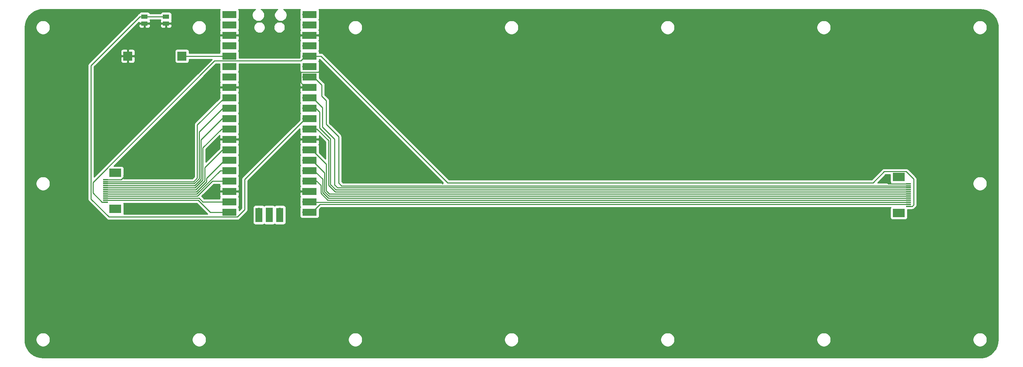
<source format=gbr>
%TF.GenerationSoftware,KiCad,Pcbnew,(5.1.10)-1*%
%TF.CreationDate,2021-09-02T14:39:37-06:00*%
%TF.ProjectId,MCUBottom,4d435542-6f74-4746-9f6d-2e6b69636164,rev?*%
%TF.SameCoordinates,Original*%
%TF.FileFunction,Copper,L1,Top*%
%TF.FilePolarity,Positive*%
%FSLAX46Y46*%
G04 Gerber Fmt 4.6, Leading zero omitted, Abs format (unit mm)*
G04 Created by KiCad (PCBNEW (5.1.10)-1) date 2021-09-02 14:39:37*
%MOMM*%
%LPD*%
G01*
G04 APERTURE LIST*
%TA.AperFunction,SMDPad,CuDef*%
%ADD10R,2.200000X2.200000*%
%TD*%
%TA.AperFunction,SMDPad,CuDef*%
%ADD11R,1.550000X1.000000*%
%TD*%
%TA.AperFunction,ComponentPad*%
%ADD12O,1.700000X1.700000*%
%TD*%
%TA.AperFunction,SMDPad,CuDef*%
%ADD13R,1.700000X3.500000*%
%TD*%
%TA.AperFunction,ComponentPad*%
%ADD14R,1.700000X1.700000*%
%TD*%
%TA.AperFunction,SMDPad,CuDef*%
%ADD15R,3.500000X1.700000*%
%TD*%
%TA.AperFunction,SMDPad,CuDef*%
%ADD16R,3.000000X2.000000*%
%TD*%
%TA.AperFunction,SMDPad,CuDef*%
%ADD17R,1.300000X0.300000*%
%TD*%
%TA.AperFunction,ViaPad*%
%ADD18C,0.800000*%
%TD*%
%TA.AperFunction,Conductor*%
%ADD19C,0.250000*%
%TD*%
%TA.AperFunction,Conductor*%
%ADD20C,0.254000*%
%TD*%
%TA.AperFunction,Conductor*%
%ADD21C,0.100000*%
%TD*%
G04 APERTURE END LIST*
D10*
%TO.P,LS1,1*%
%TO.N,SPEAKER*%
X85340000Y-57150000D03*
%TO.P,LS1,2*%
%TO.N,GND*%
X72140000Y-57150000D03*
%TD*%
D11*
%TO.P,SW1,1*%
%TO.N,Net-(SW1-Pad1)*%
X81450000Y-47511600D03*
X76200000Y-47511600D03*
%TO.P,SW1,2*%
%TO.N,GND*%
X76200000Y-49211600D03*
X81450000Y-49211600D03*
%TD*%
D12*
%TO.P,U1,43*%
%TO.N,N/C*%
X109220000Y-95020000D03*
D13*
X109220000Y-95920000D03*
D14*
%TO.P,U1,42*%
X106680000Y-95020000D03*
D13*
X106680000Y-95920000D03*
D12*
%TO.P,U1,41*%
X104140000Y-95020000D03*
D13*
X104140000Y-95920000D03*
D15*
%TO.P,U1,21*%
%TO.N,RGBOut*%
X116470000Y-95250000D03*
%TO.P,U1,22*%
%TO.N,EXTRA1*%
X116470000Y-92710000D03*
%TO.P,U1,23*%
%TO.N,GND*%
X116470000Y-90170000D03*
%TO.P,U1,24*%
%TO.N,EXTRA2*%
X116470000Y-87630000D03*
%TO.P,U1,25*%
%TO.N,COL6*%
X116470000Y-85090000D03*
%TO.P,U1,26*%
%TO.N,COL7*%
X116470000Y-82550000D03*
%TO.P,U1,27*%
%TO.N,COL8*%
X116470000Y-80010000D03*
%TO.P,U1,28*%
%TO.N,GND*%
X116470000Y-77470000D03*
%TO.P,U1,29*%
%TO.N,COL9*%
X116470000Y-74930000D03*
%TO.P,U1,30*%
%TO.N,Net-(SW1-Pad1)*%
X116470000Y-72390000D03*
%TO.P,U1,31*%
%TO.N,COL10*%
X116470000Y-69850000D03*
%TO.P,U1,32*%
%TO.N,COL11*%
X116470000Y-67310000D03*
%TO.P,U1,33*%
%TO.N,GND*%
X116470000Y-64770000D03*
%TO.P,U1,34*%
%TO.N,COL12*%
X116470000Y-62230000D03*
%TO.P,U1,35*%
%TO.N,Net-(U1-Pad35)*%
X116470000Y-59690000D03*
%TO.P,U1,36*%
%TO.N,VCC*%
X116470000Y-57150000D03*
%TO.P,U1,37*%
%TO.N,Net-(U1-Pad37)*%
X116470000Y-54610000D03*
%TO.P,U1,38*%
%TO.N,GND*%
X116470000Y-52070000D03*
%TO.P,U1,39*%
%TO.N,Net-(U1-Pad39)*%
X116470000Y-49530000D03*
%TO.P,U1,40*%
%TO.N,Net-(U1-Pad40)*%
X116470000Y-46990000D03*
%TO.P,U1,20*%
%TO.N,COL5*%
X96890000Y-95250000D03*
%TO.P,U1,19*%
%TO.N,COL4*%
X96890000Y-92710000D03*
%TO.P,U1,18*%
%TO.N,GND*%
X96890000Y-90170000D03*
%TO.P,U1,17*%
%TO.N,COL3*%
X96890000Y-87630000D03*
%TO.P,U1,16*%
%TO.N,COL2*%
X96890000Y-85090000D03*
%TO.P,U1,15*%
%TO.N,COL1*%
X96890000Y-82550000D03*
%TO.P,U1,14*%
%TO.N,ROW4*%
X96890000Y-80010000D03*
%TO.P,U1,13*%
%TO.N,GND*%
X96890000Y-77470000D03*
%TO.P,U1,12*%
%TO.N,ROW3*%
X96890000Y-74930000D03*
%TO.P,U1,11*%
%TO.N,ROW2*%
X96890000Y-72390000D03*
%TO.P,U1,10*%
%TO.N,ROW1*%
X96890000Y-69850000D03*
%TO.P,U1,9*%
%TO.N,RGBData*%
X96890000Y-67310000D03*
%TO.P,U1,8*%
%TO.N,GND*%
X96890000Y-64770000D03*
%TO.P,U1,7*%
%TO.N,Net-(U1-Pad7)*%
X96890000Y-62230000D03*
%TO.P,U1,6*%
%TO.N,Net-(U1-Pad6)*%
X96890000Y-59690000D03*
%TO.P,U1,5*%
%TO.N,SPEAKER*%
X96890000Y-57150000D03*
%TO.P,U1,4*%
%TO.N,Net-(U1-Pad4)*%
X96890000Y-54610000D03*
%TO.P,U1,3*%
%TO.N,GND*%
X96890000Y-52070000D03*
%TO.P,U1,2*%
%TO.N,Net-(U1-Pad2)*%
X96890000Y-49530000D03*
%TO.P,U1,1*%
%TO.N,Net-(U1-Pad1)*%
X96890000Y-46990000D03*
D12*
%TO.P,U1,40*%
%TO.N,Net-(U1-Pad40)*%
X115570000Y-46990000D03*
%TO.P,U1,39*%
%TO.N,Net-(U1-Pad39)*%
X115570000Y-49530000D03*
D14*
%TO.P,U1,38*%
%TO.N,GND*%
X115570000Y-52070000D03*
D12*
%TO.P,U1,37*%
%TO.N,Net-(U1-Pad37)*%
X115570000Y-54610000D03*
%TO.P,U1,36*%
%TO.N,VCC*%
X115570000Y-57150000D03*
%TO.P,U1,35*%
%TO.N,Net-(U1-Pad35)*%
X115570000Y-59690000D03*
%TO.P,U1,34*%
%TO.N,COL12*%
X115570000Y-62230000D03*
D14*
%TO.P,U1,33*%
%TO.N,GND*%
X115570000Y-64770000D03*
D12*
%TO.P,U1,32*%
%TO.N,COL11*%
X115570000Y-67310000D03*
%TO.P,U1,31*%
%TO.N,COL10*%
X115570000Y-69850000D03*
%TO.P,U1,30*%
%TO.N,Net-(SW1-Pad1)*%
X115570000Y-72390000D03*
%TO.P,U1,29*%
%TO.N,COL9*%
X115570000Y-74930000D03*
D14*
%TO.P,U1,28*%
%TO.N,GND*%
X115570000Y-77470000D03*
D12*
%TO.P,U1,27*%
%TO.N,COL8*%
X115570000Y-80010000D03*
%TO.P,U1,26*%
%TO.N,COL7*%
X115570000Y-82550000D03*
%TO.P,U1,25*%
%TO.N,COL6*%
X115570000Y-85090000D03*
%TO.P,U1,24*%
%TO.N,EXTRA2*%
X115570000Y-87630000D03*
D14*
%TO.P,U1,23*%
%TO.N,GND*%
X115570000Y-90170000D03*
D12*
%TO.P,U1,22*%
%TO.N,EXTRA1*%
X115570000Y-92710000D03*
%TO.P,U1,21*%
%TO.N,RGBOut*%
X115570000Y-95250000D03*
%TO.P,U1,20*%
%TO.N,COL5*%
X97790000Y-95250000D03*
%TO.P,U1,19*%
%TO.N,COL4*%
X97790000Y-92710000D03*
D14*
%TO.P,U1,18*%
%TO.N,GND*%
X97790000Y-90170000D03*
D12*
%TO.P,U1,17*%
%TO.N,COL3*%
X97790000Y-87630000D03*
%TO.P,U1,16*%
%TO.N,COL2*%
X97790000Y-85090000D03*
%TO.P,U1,15*%
%TO.N,COL1*%
X97790000Y-82550000D03*
%TO.P,U1,14*%
%TO.N,ROW4*%
X97790000Y-80010000D03*
D14*
%TO.P,U1,13*%
%TO.N,GND*%
X97790000Y-77470000D03*
D12*
%TO.P,U1,12*%
%TO.N,ROW3*%
X97790000Y-74930000D03*
%TO.P,U1,11*%
%TO.N,ROW2*%
X97790000Y-72390000D03*
%TO.P,U1,10*%
%TO.N,ROW1*%
X97790000Y-69850000D03*
%TO.P,U1,9*%
%TO.N,RGBData*%
X97790000Y-67310000D03*
D14*
%TO.P,U1,8*%
%TO.N,GND*%
X97790000Y-64770000D03*
D12*
%TO.P,U1,7*%
%TO.N,Net-(U1-Pad7)*%
X97790000Y-62230000D03*
%TO.P,U1,6*%
%TO.N,Net-(U1-Pad6)*%
X97790000Y-59690000D03*
%TO.P,U1,5*%
%TO.N,SPEAKER*%
X97790000Y-57150000D03*
%TO.P,U1,4*%
%TO.N,Net-(U1-Pad4)*%
X97790000Y-54610000D03*
D14*
%TO.P,U1,3*%
%TO.N,GND*%
X97790000Y-52070000D03*
D12*
%TO.P,U1,2*%
%TO.N,Net-(U1-Pad2)*%
X97790000Y-49530000D03*
%TO.P,U1,1*%
%TO.N,Net-(U1-Pad1)*%
X97790000Y-46990000D03*
%TD*%
D16*
%TO.P,J2,MP*%
%TO.N,N/C*%
X69064000Y-85643000D03*
X69064000Y-94443000D03*
D17*
%TO.P,J2,1*%
%TO.N,VCC*%
X66714000Y-92793000D03*
%TO.P,J2,2*%
%TO.N,COL5*%
X66714000Y-92293000D03*
%TO.P,J2,3*%
%TO.N,COL4*%
X66714000Y-91793000D03*
%TO.P,J2,4*%
%TO.N,COL3*%
X66714000Y-91293000D03*
%TO.P,J2,5*%
%TO.N,COL2*%
X66714000Y-90793000D03*
%TO.P,J2,6*%
%TO.N,COL1*%
X66714000Y-90293000D03*
%TO.P,J2,7*%
%TO.N,ROW4*%
X66714000Y-89793000D03*
%TO.P,J2,8*%
%TO.N,ROW3*%
X66714000Y-89293000D03*
%TO.P,J2,9*%
%TO.N,ROW2*%
X66714000Y-88793000D03*
%TO.P,J2,10*%
%TO.N,ROW1*%
X66714000Y-88293000D03*
%TO.P,J2,11*%
%TO.N,RGBData*%
X66714000Y-87793000D03*
%TO.P,J2,12*%
%TO.N,GND*%
X66714000Y-87293000D03*
%TD*%
D16*
%TO.P,J1,MP*%
%TO.N,N/C*%
X260247000Y-95459000D03*
X260247000Y-86659000D03*
D17*
%TO.P,J1,1*%
%TO.N,GND*%
X262597000Y-88309000D03*
%TO.P,J1,2*%
%TO.N,COL12*%
X262597000Y-88809000D03*
%TO.P,J1,3*%
%TO.N,COL11*%
X262597000Y-89309000D03*
%TO.P,J1,4*%
%TO.N,COL10*%
X262597000Y-89809000D03*
%TO.P,J1,5*%
%TO.N,COL9*%
X262597000Y-90309000D03*
%TO.P,J1,6*%
%TO.N,COL8*%
X262597000Y-90809000D03*
%TO.P,J1,7*%
%TO.N,COL7*%
X262597000Y-91309000D03*
%TO.P,J1,8*%
%TO.N,COL6*%
X262597000Y-91809000D03*
%TO.P,J1,9*%
%TO.N,EXTRA2*%
X262597000Y-92309000D03*
%TO.P,J1,10*%
%TO.N,EXTRA1*%
X262597000Y-92809000D03*
%TO.P,J1,11*%
%TO.N,RGBOut*%
X262597000Y-93309000D03*
%TO.P,J1,12*%
%TO.N,VCC*%
X262597000Y-93809000D03*
%TD*%
D18*
%TO.N,GND*%
X71403001Y-86389001D03*
X256997200Y-87655400D03*
X83235800Y-94183200D03*
%TD*%
D19*
%TO.N,ROW1*%
X88289211Y-88293000D02*
X89527811Y-87054400D01*
X66714000Y-88293000D02*
X88289211Y-88293000D01*
X95326200Y-69850000D02*
X97713800Y-69850000D01*
X89527811Y-75648389D02*
X95326200Y-69850000D01*
X89527811Y-87054400D02*
X89527811Y-75648389D01*
%TO.N,ROW2*%
X66714000Y-88793000D02*
X88425622Y-88793000D01*
X88425622Y-88793000D02*
X89977822Y-87240800D01*
X89977822Y-77560578D02*
X95148400Y-72390000D01*
X89977822Y-87240800D02*
X89977822Y-77560578D01*
X95148400Y-72390000D02*
X97713800Y-72390000D01*
%TO.N,VCC*%
X65828998Y-92793000D02*
X63601600Y-90565602D01*
X66714000Y-92793000D02*
X65828998Y-92793000D01*
X114318799Y-58325001D02*
X115493800Y-57150000D01*
X93296997Y-58325001D02*
X114318799Y-58325001D01*
X63601600Y-88020398D02*
X93296997Y-58325001D01*
X63601600Y-90565602D02*
X63601600Y-88020398D01*
X119253000Y-57150000D02*
X115493800Y-57150000D01*
X150190200Y-88087200D02*
X119253000Y-57150000D01*
X256702401Y-85333999D02*
X253949200Y-88087200D01*
X262007001Y-85333999D02*
X256702401Y-85333999D01*
X263855200Y-87182198D02*
X262007001Y-85333999D01*
X263855200Y-93450800D02*
X263855200Y-87182198D01*
X253949200Y-88087200D02*
X150190200Y-88087200D01*
X263497000Y-93809000D02*
X263855200Y-93450800D01*
X262597000Y-93809000D02*
X263497000Y-93809000D01*
%TO.N,RGBData*%
X88152800Y-87793000D02*
X89077800Y-86868000D01*
X95707200Y-67310000D02*
X97713800Y-67310000D01*
X89077800Y-73939400D02*
X95707200Y-67310000D01*
X89077800Y-86868000D02*
X89077800Y-73939400D01*
X66714000Y-87793000D02*
X88152800Y-87793000D01*
%TO.N,GND*%
X93022002Y-64770000D02*
X97713800Y-64770000D01*
X70499002Y-87293000D02*
X71403001Y-86389001D01*
X66714000Y-87293000D02*
X70499002Y-87293000D01*
X114318799Y-61119999D02*
X114318799Y-63594999D01*
X114383799Y-61054999D02*
X114318799Y-61119999D01*
X121684799Y-61054999D02*
X114383799Y-61054999D01*
X148938800Y-88309000D02*
X121684799Y-61054999D01*
X114318799Y-63594999D02*
X115493800Y-64770000D01*
X71403001Y-86389001D02*
X93022002Y-64770000D01*
X257650800Y-88309000D02*
X262597000Y-88309000D01*
X256997200Y-87655400D02*
X257650800Y-88309000D01*
%TO.N,ROW3*%
X95021400Y-74930000D02*
X97713800Y-74930000D01*
X88562033Y-89293000D02*
X90427833Y-87427200D01*
X66714000Y-89293000D02*
X88562033Y-89293000D01*
X90427833Y-79523567D02*
X95021400Y-74930000D01*
X90427833Y-87427200D02*
X90427833Y-79523567D01*
%TO.N,ROW4*%
X95230244Y-80010000D02*
X97713800Y-80010000D01*
X88698444Y-89793000D02*
X90877844Y-87613600D01*
X90877844Y-87613600D02*
X90877844Y-84362400D01*
X90877844Y-84362400D02*
X95230244Y-80010000D01*
X66714000Y-89793000D02*
X88698444Y-89793000D01*
%TO.N,COL5*%
X92252800Y-95250000D02*
X97713800Y-95250000D01*
X89295800Y-92293000D02*
X92252800Y-95250000D01*
X66714000Y-92293000D02*
X89295800Y-92293000D01*
%TO.N,COL4*%
X66714000Y-91793000D02*
X89507000Y-91793000D01*
X90424000Y-92710000D02*
X97713800Y-92710000D01*
X89507000Y-91793000D02*
X90424000Y-92710000D01*
%TO.N,COL3*%
X66714000Y-91293000D02*
X89107677Y-91293000D01*
X89107677Y-91293000D02*
X92770677Y-87630000D01*
X92770677Y-87630000D02*
X97713800Y-87630000D01*
%TO.N,COL2*%
X66714000Y-90793000D02*
X88971266Y-90793000D01*
X88971266Y-90793000D02*
X94674266Y-85090000D01*
X94674266Y-85090000D02*
X97713800Y-85090000D01*
%TO.N,COL1*%
X95765055Y-82550000D02*
X97713800Y-82550000D01*
X66714000Y-90293000D02*
X88834855Y-90293000D01*
X88834855Y-90293000D02*
X91327855Y-87800000D01*
X91327855Y-86987200D02*
X95765055Y-82550000D01*
X91327855Y-87800000D02*
X91327855Y-86987200D01*
%TO.N,COL6*%
X262597000Y-91809000D02*
X121041578Y-91809000D01*
X119673778Y-90441200D02*
X119673778Y-87164600D01*
X117599178Y-85090000D02*
X115493800Y-85090000D01*
X119673778Y-87164600D02*
X117599178Y-85090000D01*
X121041578Y-91809000D02*
X119673778Y-90441200D01*
%TO.N,COL12*%
X117500400Y-62230000D02*
X115493800Y-62230000D01*
X120523000Y-68021200D02*
X119456200Y-66954400D01*
X119456200Y-66954400D02*
X119456200Y-64185800D01*
X120523000Y-73812400D02*
X120523000Y-68021200D01*
X123545600Y-76835000D02*
X120523000Y-73812400D01*
X123545600Y-88087200D02*
X123545600Y-76835000D01*
X119456200Y-64185800D02*
X117500400Y-62230000D01*
X124267400Y-88809000D02*
X123545600Y-88087200D01*
X262597000Y-88809000D02*
X124267400Y-88809000D01*
%TO.N,COL11*%
X117221000Y-67310000D02*
X115493800Y-67310000D01*
X119608600Y-69697600D02*
X117221000Y-67310000D01*
X122580400Y-88595200D02*
X122580400Y-77393800D01*
X122580400Y-77393800D02*
X119608600Y-74422000D01*
X123294200Y-89309000D02*
X122580400Y-88595200D01*
X119608600Y-74422000D02*
X119608600Y-69697600D01*
X262597000Y-89309000D02*
X123294200Y-89309000D01*
%TO.N,COL10*%
X118948200Y-70840600D02*
X117957600Y-69850000D01*
X121589800Y-77317600D02*
X118948200Y-74676000D01*
X121589800Y-88493600D02*
X121589800Y-77317600D01*
X117957600Y-69850000D02*
X115493800Y-69850000D01*
X118948200Y-74676000D02*
X118948200Y-70840600D01*
X122905200Y-89809000D02*
X121589800Y-88493600D01*
X262597000Y-89809000D02*
X122905200Y-89809000D01*
%TO.N,COL9*%
X121107200Y-77774800D02*
X118262400Y-74930000D01*
X262597000Y-90309000D02*
X122768789Y-90309000D01*
X122768789Y-90309000D02*
X121107200Y-88647411D01*
X121107200Y-88647411D02*
X121107200Y-77774800D01*
X118262400Y-74930000D02*
X115493800Y-74930000D01*
%TO.N,COL8*%
X117038802Y-80010000D02*
X115493800Y-80010000D01*
X120573800Y-83544998D02*
X117038802Y-80010000D01*
X120573800Y-90068400D02*
X120573800Y-83544998D01*
X262597000Y-90809000D02*
X121314400Y-90809000D01*
X121314400Y-90809000D02*
X120573800Y-90068400D01*
%TO.N,COL7*%
X121177989Y-91309000D02*
X120123789Y-90254800D01*
X117038802Y-82550000D02*
X115493800Y-82550000D01*
X120123789Y-90254800D02*
X120123789Y-85634987D01*
X262597000Y-91309000D02*
X121177989Y-91309000D01*
X120123789Y-85634987D02*
X117038802Y-82550000D01*
%TO.N,RGBOut*%
X117038802Y-95250000D02*
X115493800Y-95250000D01*
X118979802Y-93309000D02*
X117038802Y-95250000D01*
X262597000Y-93309000D02*
X118979802Y-93309000D01*
%TO.N,EXTRA2*%
X118158683Y-87630000D02*
X115493800Y-87630000D01*
X119223767Y-90627600D02*
X119223767Y-88695084D01*
X120905167Y-92309000D02*
X119223767Y-90627600D01*
X119223767Y-88695084D02*
X118158683Y-87630000D01*
X262597000Y-92309000D02*
X120905167Y-92309000D01*
%TO.N,EXTRA1*%
X115592800Y-92809000D02*
X115493800Y-92710000D01*
X262597000Y-92809000D02*
X115592800Y-92809000D01*
%TO.N,Net-(SW1-Pad1)*%
X76115000Y-47511600D02*
X81365000Y-47511600D01*
X115493800Y-72390000D02*
X100634800Y-87249000D01*
X98823801Y-96425001D02*
X67545201Y-96425001D01*
X100634800Y-94614002D02*
X98823801Y-96425001D01*
X100634800Y-87249000D02*
X100634800Y-94614002D01*
X75090000Y-47511600D02*
X76115000Y-47511600D01*
X63151590Y-59450010D02*
X75090000Y-47511600D01*
X63151590Y-92031390D02*
X63151590Y-59450010D01*
X67545201Y-96425001D02*
X63151590Y-92031390D01*
%TO.N,SPEAKER*%
X97790000Y-57150000D02*
X85340000Y-57150000D01*
%TD*%
D20*
%TO.N,GND*%
X94609463Y-45785506D02*
X94550498Y-45895820D01*
X94514188Y-46015518D01*
X94501928Y-46140000D01*
X94501928Y-47840000D01*
X94514188Y-47964482D01*
X94550498Y-48084180D01*
X94609463Y-48194494D01*
X94663222Y-48260000D01*
X94609463Y-48325506D01*
X94550498Y-48435820D01*
X94514188Y-48555518D01*
X94501928Y-48680000D01*
X94501928Y-50380000D01*
X94514188Y-50504482D01*
X94550498Y-50624180D01*
X94609463Y-50734494D01*
X94663222Y-50800000D01*
X94609463Y-50865506D01*
X94550498Y-50975820D01*
X94514188Y-51095518D01*
X94501928Y-51220000D01*
X94505000Y-51784250D01*
X94663750Y-51943000D01*
X99116250Y-51943000D01*
X99275000Y-51784250D01*
X99278072Y-51220000D01*
X99265812Y-51095518D01*
X99229502Y-50975820D01*
X99170537Y-50865506D01*
X99116778Y-50800000D01*
X99170537Y-50734494D01*
X99229502Y-50624180D01*
X99265812Y-50504482D01*
X99278072Y-50380000D01*
X99278072Y-50013589D01*
X102870000Y-50013589D01*
X102870000Y-50286411D01*
X102923225Y-50553989D01*
X103027629Y-50806043D01*
X103179201Y-51032886D01*
X103372114Y-51225799D01*
X103598957Y-51377371D01*
X103851011Y-51481775D01*
X104118589Y-51535000D01*
X104391411Y-51535000D01*
X104658989Y-51481775D01*
X104911043Y-51377371D01*
X105137886Y-51225799D01*
X105330799Y-51032886D01*
X105482371Y-50806043D01*
X105586775Y-50553989D01*
X105640000Y-50286411D01*
X105640000Y-50013589D01*
X107720000Y-50013589D01*
X107720000Y-50286411D01*
X107773225Y-50553989D01*
X107877629Y-50806043D01*
X108029201Y-51032886D01*
X108222114Y-51225799D01*
X108448957Y-51377371D01*
X108701011Y-51481775D01*
X108968589Y-51535000D01*
X109241411Y-51535000D01*
X109508989Y-51481775D01*
X109761043Y-51377371D01*
X109987886Y-51225799D01*
X110180799Y-51032886D01*
X110332371Y-50806043D01*
X110436775Y-50553989D01*
X110490000Y-50286411D01*
X110490000Y-50013589D01*
X110436775Y-49746011D01*
X110332371Y-49493957D01*
X110180799Y-49267114D01*
X109987886Y-49074201D01*
X109761043Y-48922629D01*
X109508989Y-48818225D01*
X109241411Y-48765000D01*
X108968589Y-48765000D01*
X108701011Y-48818225D01*
X108448957Y-48922629D01*
X108222114Y-49074201D01*
X108029201Y-49267114D01*
X107877629Y-49493957D01*
X107773225Y-49746011D01*
X107720000Y-50013589D01*
X105640000Y-50013589D01*
X105586775Y-49746011D01*
X105482371Y-49493957D01*
X105330799Y-49267114D01*
X105137886Y-49074201D01*
X104911043Y-48922629D01*
X104658989Y-48818225D01*
X104391411Y-48765000D01*
X104118589Y-48765000D01*
X103851011Y-48818225D01*
X103598957Y-48922629D01*
X103372114Y-49074201D01*
X103179201Y-49267114D01*
X103027629Y-49493957D01*
X102923225Y-49746011D01*
X102870000Y-50013589D01*
X99278072Y-50013589D01*
X99278072Y-48680000D01*
X99265812Y-48555518D01*
X99229502Y-48435820D01*
X99170537Y-48325506D01*
X99116778Y-48260000D01*
X99170537Y-48194494D01*
X99229502Y-48084180D01*
X99265812Y-47964482D01*
X99278072Y-47840000D01*
X99278072Y-46140000D01*
X99265812Y-46015518D01*
X99229502Y-45895820D01*
X99170537Y-45785506D01*
X99137295Y-45745000D01*
X103263396Y-45745000D01*
X103227905Y-45759701D01*
X102976495Y-45927688D01*
X102762688Y-46141495D01*
X102594701Y-46392905D01*
X102478989Y-46672257D01*
X102420000Y-46968816D01*
X102420000Y-47271184D01*
X102478989Y-47567743D01*
X102594701Y-47847095D01*
X102762688Y-48098505D01*
X102976495Y-48312312D01*
X103227905Y-48480299D01*
X103507257Y-48596011D01*
X103803816Y-48655000D01*
X104106184Y-48655000D01*
X104402743Y-48596011D01*
X104682095Y-48480299D01*
X104933505Y-48312312D01*
X105147312Y-48098505D01*
X105315299Y-47847095D01*
X105431011Y-47567743D01*
X105490000Y-47271184D01*
X105490000Y-46968816D01*
X105431011Y-46672257D01*
X105315299Y-46392905D01*
X105147312Y-46141495D01*
X104933505Y-45927688D01*
X104682095Y-45759701D01*
X104646604Y-45745000D01*
X108713396Y-45745000D01*
X108677905Y-45759701D01*
X108426495Y-45927688D01*
X108212688Y-46141495D01*
X108044701Y-46392905D01*
X107928989Y-46672257D01*
X107870000Y-46968816D01*
X107870000Y-47271184D01*
X107928989Y-47567743D01*
X108044701Y-47847095D01*
X108212688Y-48098505D01*
X108426495Y-48312312D01*
X108677905Y-48480299D01*
X108957257Y-48596011D01*
X109253816Y-48655000D01*
X109556184Y-48655000D01*
X109852743Y-48596011D01*
X110132095Y-48480299D01*
X110383505Y-48312312D01*
X110597312Y-48098505D01*
X110765299Y-47847095D01*
X110881011Y-47567743D01*
X110940000Y-47271184D01*
X110940000Y-46968816D01*
X110881011Y-46672257D01*
X110765299Y-46392905D01*
X110597312Y-46141495D01*
X110383505Y-45927688D01*
X110132095Y-45759701D01*
X110096604Y-45745000D01*
X114222705Y-45745000D01*
X114189463Y-45785506D01*
X114130498Y-45895820D01*
X114094188Y-46015518D01*
X114081928Y-46140000D01*
X114081928Y-47840000D01*
X114094188Y-47964482D01*
X114130498Y-48084180D01*
X114189463Y-48194494D01*
X114243222Y-48260000D01*
X114189463Y-48325506D01*
X114130498Y-48435820D01*
X114094188Y-48555518D01*
X114081928Y-48680000D01*
X114081928Y-50380000D01*
X114094188Y-50504482D01*
X114130498Y-50624180D01*
X114189463Y-50734494D01*
X114243222Y-50800000D01*
X114189463Y-50865506D01*
X114130498Y-50975820D01*
X114094188Y-51095518D01*
X114081928Y-51220000D01*
X114085000Y-51784250D01*
X114243750Y-51943000D01*
X118696250Y-51943000D01*
X118855000Y-51784250D01*
X118858072Y-51220000D01*
X118845812Y-51095518D01*
X118809502Y-50975820D01*
X118750537Y-50865506D01*
X118696778Y-50800000D01*
X118750537Y-50734494D01*
X118809502Y-50624180D01*
X118845812Y-50504482D01*
X118858072Y-50380000D01*
X118858072Y-49994117D01*
X125900000Y-49994117D01*
X125900000Y-50335883D01*
X125966675Y-50671081D01*
X126097463Y-50986831D01*
X126287337Y-51270998D01*
X126529002Y-51512663D01*
X126813169Y-51702537D01*
X127128919Y-51833325D01*
X127464117Y-51900000D01*
X127805883Y-51900000D01*
X128141081Y-51833325D01*
X128456831Y-51702537D01*
X128740998Y-51512663D01*
X128982663Y-51270998D01*
X129172537Y-50986831D01*
X129303325Y-50671081D01*
X129370000Y-50335883D01*
X129370000Y-49994117D01*
X164000000Y-49994117D01*
X164000000Y-50335883D01*
X164066675Y-50671081D01*
X164197463Y-50986831D01*
X164387337Y-51270998D01*
X164629002Y-51512663D01*
X164913169Y-51702537D01*
X165228919Y-51833325D01*
X165564117Y-51900000D01*
X165905883Y-51900000D01*
X166241081Y-51833325D01*
X166556831Y-51702537D01*
X166840998Y-51512663D01*
X167082663Y-51270998D01*
X167272537Y-50986831D01*
X167403325Y-50671081D01*
X167470000Y-50335883D01*
X167470000Y-49994117D01*
X202100000Y-49994117D01*
X202100000Y-50335883D01*
X202166675Y-50671081D01*
X202297463Y-50986831D01*
X202487337Y-51270998D01*
X202729002Y-51512663D01*
X203013169Y-51702537D01*
X203328919Y-51833325D01*
X203664117Y-51900000D01*
X204005883Y-51900000D01*
X204341081Y-51833325D01*
X204656831Y-51702537D01*
X204940998Y-51512663D01*
X205182663Y-51270998D01*
X205372537Y-50986831D01*
X205503325Y-50671081D01*
X205570000Y-50335883D01*
X205570000Y-49994117D01*
X240200000Y-49994117D01*
X240200000Y-50335883D01*
X240266675Y-50671081D01*
X240397463Y-50986831D01*
X240587337Y-51270998D01*
X240829002Y-51512663D01*
X241113169Y-51702537D01*
X241428919Y-51833325D01*
X241764117Y-51900000D01*
X242105883Y-51900000D01*
X242441081Y-51833325D01*
X242756831Y-51702537D01*
X243040998Y-51512663D01*
X243282663Y-51270998D01*
X243472537Y-50986831D01*
X243603325Y-50671081D01*
X243670000Y-50335883D01*
X243670000Y-49994117D01*
X278300000Y-49994117D01*
X278300000Y-50335883D01*
X278366675Y-50671081D01*
X278497463Y-50986831D01*
X278687337Y-51270998D01*
X278929002Y-51512663D01*
X279213169Y-51702537D01*
X279528919Y-51833325D01*
X279864117Y-51900000D01*
X280205883Y-51900000D01*
X280541081Y-51833325D01*
X280856831Y-51702537D01*
X281140998Y-51512663D01*
X281382663Y-51270998D01*
X281572537Y-50986831D01*
X281703325Y-50671081D01*
X281770000Y-50335883D01*
X281770000Y-49994117D01*
X281703325Y-49658919D01*
X281572537Y-49343169D01*
X281382663Y-49059002D01*
X281140998Y-48817337D01*
X280856831Y-48627463D01*
X280541081Y-48496675D01*
X280205883Y-48430000D01*
X279864117Y-48430000D01*
X279528919Y-48496675D01*
X279213169Y-48627463D01*
X278929002Y-48817337D01*
X278687337Y-49059002D01*
X278497463Y-49343169D01*
X278366675Y-49658919D01*
X278300000Y-49994117D01*
X243670000Y-49994117D01*
X243603325Y-49658919D01*
X243472537Y-49343169D01*
X243282663Y-49059002D01*
X243040998Y-48817337D01*
X242756831Y-48627463D01*
X242441081Y-48496675D01*
X242105883Y-48430000D01*
X241764117Y-48430000D01*
X241428919Y-48496675D01*
X241113169Y-48627463D01*
X240829002Y-48817337D01*
X240587337Y-49059002D01*
X240397463Y-49343169D01*
X240266675Y-49658919D01*
X240200000Y-49994117D01*
X205570000Y-49994117D01*
X205503325Y-49658919D01*
X205372537Y-49343169D01*
X205182663Y-49059002D01*
X204940998Y-48817337D01*
X204656831Y-48627463D01*
X204341081Y-48496675D01*
X204005883Y-48430000D01*
X203664117Y-48430000D01*
X203328919Y-48496675D01*
X203013169Y-48627463D01*
X202729002Y-48817337D01*
X202487337Y-49059002D01*
X202297463Y-49343169D01*
X202166675Y-49658919D01*
X202100000Y-49994117D01*
X167470000Y-49994117D01*
X167403325Y-49658919D01*
X167272537Y-49343169D01*
X167082663Y-49059002D01*
X166840998Y-48817337D01*
X166556831Y-48627463D01*
X166241081Y-48496675D01*
X165905883Y-48430000D01*
X165564117Y-48430000D01*
X165228919Y-48496675D01*
X164913169Y-48627463D01*
X164629002Y-48817337D01*
X164387337Y-49059002D01*
X164197463Y-49343169D01*
X164066675Y-49658919D01*
X164000000Y-49994117D01*
X129370000Y-49994117D01*
X129303325Y-49658919D01*
X129172537Y-49343169D01*
X128982663Y-49059002D01*
X128740998Y-48817337D01*
X128456831Y-48627463D01*
X128141081Y-48496675D01*
X127805883Y-48430000D01*
X127464117Y-48430000D01*
X127128919Y-48496675D01*
X126813169Y-48627463D01*
X126529002Y-48817337D01*
X126287337Y-49059002D01*
X126097463Y-49343169D01*
X125966675Y-49658919D01*
X125900000Y-49994117D01*
X118858072Y-49994117D01*
X118858072Y-48680000D01*
X118845812Y-48555518D01*
X118809502Y-48435820D01*
X118750537Y-48325506D01*
X118696778Y-48260000D01*
X118750537Y-48194494D01*
X118809502Y-48084180D01*
X118845812Y-47964482D01*
X118858072Y-47840000D01*
X118858072Y-46140000D01*
X118845812Y-46015518D01*
X118809502Y-45895820D01*
X118750537Y-45785506D01*
X118717295Y-45745000D01*
X280005608Y-45745000D01*
X280817249Y-45817437D01*
X281574774Y-46024672D01*
X282283625Y-46362777D01*
X282921404Y-46821067D01*
X283467946Y-47385055D01*
X283905977Y-48036913D01*
X284221651Y-48756038D01*
X284406206Y-49524768D01*
X284455001Y-50189221D01*
X284455000Y-126335608D01*
X284382563Y-127147249D01*
X284175328Y-127904774D01*
X283837221Y-128613627D01*
X283378928Y-129251410D01*
X282814945Y-129797946D01*
X282163085Y-130235978D01*
X281443963Y-130551651D01*
X280675232Y-130736206D01*
X280010792Y-130785000D01*
X51464392Y-130785000D01*
X50652751Y-130712563D01*
X49895226Y-130505328D01*
X49186373Y-130167221D01*
X48548590Y-129708928D01*
X48002054Y-129144945D01*
X47564022Y-128493085D01*
X47248349Y-127773963D01*
X47063794Y-127005232D01*
X47015000Y-126340792D01*
X47015000Y-126194117D01*
X49700000Y-126194117D01*
X49700000Y-126535883D01*
X49766675Y-126871081D01*
X49897463Y-127186831D01*
X50087337Y-127470998D01*
X50329002Y-127712663D01*
X50613169Y-127902537D01*
X50928919Y-128033325D01*
X51264117Y-128100000D01*
X51605883Y-128100000D01*
X51941081Y-128033325D01*
X52256831Y-127902537D01*
X52540998Y-127712663D01*
X52782663Y-127470998D01*
X52972537Y-127186831D01*
X53103325Y-126871081D01*
X53170000Y-126535883D01*
X53170000Y-126194117D01*
X87800000Y-126194117D01*
X87800000Y-126535883D01*
X87866675Y-126871081D01*
X87997463Y-127186831D01*
X88187337Y-127470998D01*
X88429002Y-127712663D01*
X88713169Y-127902537D01*
X89028919Y-128033325D01*
X89364117Y-128100000D01*
X89705883Y-128100000D01*
X90041081Y-128033325D01*
X90356831Y-127902537D01*
X90640998Y-127712663D01*
X90882663Y-127470998D01*
X91072537Y-127186831D01*
X91203325Y-126871081D01*
X91270000Y-126535883D01*
X91270000Y-126194117D01*
X125900000Y-126194117D01*
X125900000Y-126535883D01*
X125966675Y-126871081D01*
X126097463Y-127186831D01*
X126287337Y-127470998D01*
X126529002Y-127712663D01*
X126813169Y-127902537D01*
X127128919Y-128033325D01*
X127464117Y-128100000D01*
X127805883Y-128100000D01*
X128141081Y-128033325D01*
X128456831Y-127902537D01*
X128740998Y-127712663D01*
X128982663Y-127470998D01*
X129172537Y-127186831D01*
X129303325Y-126871081D01*
X129370000Y-126535883D01*
X129370000Y-126194117D01*
X164000000Y-126194117D01*
X164000000Y-126535883D01*
X164066675Y-126871081D01*
X164197463Y-127186831D01*
X164387337Y-127470998D01*
X164629002Y-127712663D01*
X164913169Y-127902537D01*
X165228919Y-128033325D01*
X165564117Y-128100000D01*
X165905883Y-128100000D01*
X166241081Y-128033325D01*
X166556831Y-127902537D01*
X166840998Y-127712663D01*
X167082663Y-127470998D01*
X167272537Y-127186831D01*
X167403325Y-126871081D01*
X167470000Y-126535883D01*
X167470000Y-126194117D01*
X202100000Y-126194117D01*
X202100000Y-126535883D01*
X202166675Y-126871081D01*
X202297463Y-127186831D01*
X202487337Y-127470998D01*
X202729002Y-127712663D01*
X203013169Y-127902537D01*
X203328919Y-128033325D01*
X203664117Y-128100000D01*
X204005883Y-128100000D01*
X204341081Y-128033325D01*
X204656831Y-127902537D01*
X204940998Y-127712663D01*
X205182663Y-127470998D01*
X205372537Y-127186831D01*
X205503325Y-126871081D01*
X205570000Y-126535883D01*
X205570000Y-126194117D01*
X240200000Y-126194117D01*
X240200000Y-126535883D01*
X240266675Y-126871081D01*
X240397463Y-127186831D01*
X240587337Y-127470998D01*
X240829002Y-127712663D01*
X241113169Y-127902537D01*
X241428919Y-128033325D01*
X241764117Y-128100000D01*
X242105883Y-128100000D01*
X242441081Y-128033325D01*
X242756831Y-127902537D01*
X243040998Y-127712663D01*
X243282663Y-127470998D01*
X243472537Y-127186831D01*
X243603325Y-126871081D01*
X243670000Y-126535883D01*
X243670000Y-126194117D01*
X278300000Y-126194117D01*
X278300000Y-126535883D01*
X278366675Y-126871081D01*
X278497463Y-127186831D01*
X278687337Y-127470998D01*
X278929002Y-127712663D01*
X279213169Y-127902537D01*
X279528919Y-128033325D01*
X279864117Y-128100000D01*
X280205883Y-128100000D01*
X280541081Y-128033325D01*
X280856831Y-127902537D01*
X281140998Y-127712663D01*
X281382663Y-127470998D01*
X281572537Y-127186831D01*
X281703325Y-126871081D01*
X281770000Y-126535883D01*
X281770000Y-126194117D01*
X281703325Y-125858919D01*
X281572537Y-125543169D01*
X281382663Y-125259002D01*
X281140998Y-125017337D01*
X280856831Y-124827463D01*
X280541081Y-124696675D01*
X280205883Y-124630000D01*
X279864117Y-124630000D01*
X279528919Y-124696675D01*
X279213169Y-124827463D01*
X278929002Y-125017337D01*
X278687337Y-125259002D01*
X278497463Y-125543169D01*
X278366675Y-125858919D01*
X278300000Y-126194117D01*
X243670000Y-126194117D01*
X243603325Y-125858919D01*
X243472537Y-125543169D01*
X243282663Y-125259002D01*
X243040998Y-125017337D01*
X242756831Y-124827463D01*
X242441081Y-124696675D01*
X242105883Y-124630000D01*
X241764117Y-124630000D01*
X241428919Y-124696675D01*
X241113169Y-124827463D01*
X240829002Y-125017337D01*
X240587337Y-125259002D01*
X240397463Y-125543169D01*
X240266675Y-125858919D01*
X240200000Y-126194117D01*
X205570000Y-126194117D01*
X205503325Y-125858919D01*
X205372537Y-125543169D01*
X205182663Y-125259002D01*
X204940998Y-125017337D01*
X204656831Y-124827463D01*
X204341081Y-124696675D01*
X204005883Y-124630000D01*
X203664117Y-124630000D01*
X203328919Y-124696675D01*
X203013169Y-124827463D01*
X202729002Y-125017337D01*
X202487337Y-125259002D01*
X202297463Y-125543169D01*
X202166675Y-125858919D01*
X202100000Y-126194117D01*
X167470000Y-126194117D01*
X167403325Y-125858919D01*
X167272537Y-125543169D01*
X167082663Y-125259002D01*
X166840998Y-125017337D01*
X166556831Y-124827463D01*
X166241081Y-124696675D01*
X165905883Y-124630000D01*
X165564117Y-124630000D01*
X165228919Y-124696675D01*
X164913169Y-124827463D01*
X164629002Y-125017337D01*
X164387337Y-125259002D01*
X164197463Y-125543169D01*
X164066675Y-125858919D01*
X164000000Y-126194117D01*
X129370000Y-126194117D01*
X129303325Y-125858919D01*
X129172537Y-125543169D01*
X128982663Y-125259002D01*
X128740998Y-125017337D01*
X128456831Y-124827463D01*
X128141081Y-124696675D01*
X127805883Y-124630000D01*
X127464117Y-124630000D01*
X127128919Y-124696675D01*
X126813169Y-124827463D01*
X126529002Y-125017337D01*
X126287337Y-125259002D01*
X126097463Y-125543169D01*
X125966675Y-125858919D01*
X125900000Y-126194117D01*
X91270000Y-126194117D01*
X91203325Y-125858919D01*
X91072537Y-125543169D01*
X90882663Y-125259002D01*
X90640998Y-125017337D01*
X90356831Y-124827463D01*
X90041081Y-124696675D01*
X89705883Y-124630000D01*
X89364117Y-124630000D01*
X89028919Y-124696675D01*
X88713169Y-124827463D01*
X88429002Y-125017337D01*
X88187337Y-125259002D01*
X87997463Y-125543169D01*
X87866675Y-125858919D01*
X87800000Y-126194117D01*
X53170000Y-126194117D01*
X53103325Y-125858919D01*
X52972537Y-125543169D01*
X52782663Y-125259002D01*
X52540998Y-125017337D01*
X52256831Y-124827463D01*
X51941081Y-124696675D01*
X51605883Y-124630000D01*
X51264117Y-124630000D01*
X50928919Y-124696675D01*
X50613169Y-124827463D01*
X50329002Y-125017337D01*
X50087337Y-125259002D01*
X49897463Y-125543169D01*
X49766675Y-125858919D01*
X49700000Y-126194117D01*
X47015000Y-126194117D01*
X47015000Y-88094117D01*
X49700000Y-88094117D01*
X49700000Y-88435883D01*
X49766675Y-88771081D01*
X49897463Y-89086831D01*
X50087337Y-89370998D01*
X50329002Y-89612663D01*
X50613169Y-89802537D01*
X50928919Y-89933325D01*
X51264117Y-90000000D01*
X51605883Y-90000000D01*
X51941081Y-89933325D01*
X52256831Y-89802537D01*
X52540998Y-89612663D01*
X52782663Y-89370998D01*
X52972537Y-89086831D01*
X53103325Y-88771081D01*
X53170000Y-88435883D01*
X53170000Y-88094117D01*
X53103325Y-87758919D01*
X52972537Y-87443169D01*
X52782663Y-87159002D01*
X52540998Y-86917337D01*
X52256831Y-86727463D01*
X51941081Y-86596675D01*
X51605883Y-86530000D01*
X51264117Y-86530000D01*
X50928919Y-86596675D01*
X50613169Y-86727463D01*
X50329002Y-86917337D01*
X50087337Y-87159002D01*
X49897463Y-87443169D01*
X49766675Y-87758919D01*
X49700000Y-88094117D01*
X47015000Y-88094117D01*
X47015000Y-59450010D01*
X62387914Y-59450010D01*
X62391591Y-59487343D01*
X62391590Y-91994068D01*
X62387914Y-92031390D01*
X62391590Y-92068712D01*
X62391590Y-92068722D01*
X62402587Y-92180375D01*
X62433413Y-92281996D01*
X62446044Y-92323636D01*
X62516616Y-92455666D01*
X62531283Y-92473537D01*
X62611589Y-92571391D01*
X62640593Y-92595194D01*
X66981402Y-96936004D01*
X67005200Y-96965002D01*
X67120925Y-97059975D01*
X67252954Y-97130547D01*
X67396215Y-97174004D01*
X67507868Y-97185001D01*
X67507877Y-97185001D01*
X67545200Y-97188677D01*
X67582523Y-97185001D01*
X98786479Y-97185001D01*
X98823801Y-97188677D01*
X98861123Y-97185001D01*
X98861134Y-97185001D01*
X98972787Y-97174004D01*
X99116048Y-97130547D01*
X99248077Y-97059975D01*
X99363802Y-96965002D01*
X99387605Y-96935998D01*
X101145803Y-95177801D01*
X101174801Y-95154003D01*
X101269774Y-95038278D01*
X101340346Y-94906249D01*
X101383803Y-94762988D01*
X101394800Y-94651335D01*
X101394800Y-94651326D01*
X101398476Y-94614003D01*
X101394800Y-94576680D01*
X101394800Y-94170000D01*
X102651928Y-94170000D01*
X102651928Y-97670000D01*
X102664188Y-97794482D01*
X102700498Y-97914180D01*
X102759463Y-98024494D01*
X102838815Y-98121185D01*
X102935506Y-98200537D01*
X103045820Y-98259502D01*
X103165518Y-98295812D01*
X103290000Y-98308072D01*
X104990000Y-98308072D01*
X105114482Y-98295812D01*
X105234180Y-98259502D01*
X105344494Y-98200537D01*
X105410000Y-98146778D01*
X105475506Y-98200537D01*
X105585820Y-98259502D01*
X105705518Y-98295812D01*
X105830000Y-98308072D01*
X107530000Y-98308072D01*
X107654482Y-98295812D01*
X107774180Y-98259502D01*
X107884494Y-98200537D01*
X107950000Y-98146778D01*
X108015506Y-98200537D01*
X108125820Y-98259502D01*
X108245518Y-98295812D01*
X108370000Y-98308072D01*
X110070000Y-98308072D01*
X110194482Y-98295812D01*
X110314180Y-98259502D01*
X110424494Y-98200537D01*
X110521185Y-98121185D01*
X110600537Y-98024494D01*
X110659502Y-97914180D01*
X110695812Y-97794482D01*
X110708072Y-97670000D01*
X110708072Y-94170000D01*
X110695812Y-94045518D01*
X110659502Y-93925820D01*
X110600537Y-93815506D01*
X110521185Y-93718815D01*
X110424494Y-93639463D01*
X110314180Y-93580498D01*
X110194482Y-93544188D01*
X110070000Y-93531928D01*
X108370000Y-93531928D01*
X108245518Y-93544188D01*
X108125820Y-93580498D01*
X108015506Y-93639463D01*
X107950000Y-93693222D01*
X107884494Y-93639463D01*
X107774180Y-93580498D01*
X107654482Y-93544188D01*
X107530000Y-93531928D01*
X105830000Y-93531928D01*
X105705518Y-93544188D01*
X105585820Y-93580498D01*
X105475506Y-93639463D01*
X105410000Y-93693222D01*
X105344494Y-93639463D01*
X105234180Y-93580498D01*
X105114482Y-93544188D01*
X104990000Y-93531928D01*
X103290000Y-93531928D01*
X103165518Y-93544188D01*
X103045820Y-93580498D01*
X102935506Y-93639463D01*
X102838815Y-93718815D01*
X102759463Y-93815506D01*
X102700498Y-93925820D01*
X102664188Y-94045518D01*
X102651928Y-94170000D01*
X101394800Y-94170000D01*
X101394800Y-87563801D01*
X114081928Y-74876674D01*
X114081928Y-75780000D01*
X114094188Y-75904482D01*
X114130498Y-76024180D01*
X114189463Y-76134494D01*
X114243222Y-76200000D01*
X114189463Y-76265506D01*
X114130498Y-76375820D01*
X114094188Y-76495518D01*
X114081928Y-76620000D01*
X114085000Y-77184250D01*
X114243750Y-77343000D01*
X118696250Y-77343000D01*
X118855000Y-77184250D01*
X118858072Y-76620000D01*
X118855939Y-76598340D01*
X120347201Y-78089603D01*
X120347201Y-82243597D01*
X118858072Y-80754469D01*
X118858072Y-79160000D01*
X118845812Y-79035518D01*
X118809502Y-78915820D01*
X118750537Y-78805506D01*
X118696778Y-78740000D01*
X118750537Y-78674494D01*
X118809502Y-78564180D01*
X118845812Y-78444482D01*
X118858072Y-78320000D01*
X118855000Y-77755750D01*
X118696250Y-77597000D01*
X114243750Y-77597000D01*
X114085000Y-77755750D01*
X114081928Y-78320000D01*
X114094188Y-78444482D01*
X114130498Y-78564180D01*
X114189463Y-78674494D01*
X114243222Y-78740000D01*
X114189463Y-78805506D01*
X114130498Y-78915820D01*
X114094188Y-79035518D01*
X114081928Y-79160000D01*
X114081928Y-80860000D01*
X114094188Y-80984482D01*
X114130498Y-81104180D01*
X114189463Y-81214494D01*
X114243222Y-81280000D01*
X114189463Y-81345506D01*
X114130498Y-81455820D01*
X114094188Y-81575518D01*
X114081928Y-81700000D01*
X114081928Y-83400000D01*
X114094188Y-83524482D01*
X114130498Y-83644180D01*
X114189463Y-83754494D01*
X114243222Y-83820000D01*
X114189463Y-83885506D01*
X114130498Y-83995820D01*
X114094188Y-84115518D01*
X114081928Y-84240000D01*
X114081928Y-85940000D01*
X114094188Y-86064482D01*
X114130498Y-86184180D01*
X114189463Y-86294494D01*
X114243222Y-86360000D01*
X114189463Y-86425506D01*
X114130498Y-86535820D01*
X114094188Y-86655518D01*
X114081928Y-86780000D01*
X114081928Y-88480000D01*
X114094188Y-88604482D01*
X114130498Y-88724180D01*
X114189463Y-88834494D01*
X114243222Y-88900000D01*
X114189463Y-88965506D01*
X114130498Y-89075820D01*
X114094188Y-89195518D01*
X114081928Y-89320000D01*
X114085000Y-89884250D01*
X114243750Y-90043000D01*
X116617000Y-90043000D01*
X116617000Y-90297000D01*
X114243750Y-90297000D01*
X114085000Y-90455750D01*
X114081928Y-91020000D01*
X114094188Y-91144482D01*
X114130498Y-91264180D01*
X114189463Y-91374494D01*
X114243222Y-91440000D01*
X114189463Y-91505506D01*
X114130498Y-91615820D01*
X114094188Y-91735518D01*
X114081928Y-91860000D01*
X114081928Y-93560000D01*
X114094188Y-93684482D01*
X114130498Y-93804180D01*
X114189463Y-93914494D01*
X114243222Y-93980000D01*
X114189463Y-94045506D01*
X114130498Y-94155820D01*
X114094188Y-94275518D01*
X114081928Y-94400000D01*
X114081928Y-96100000D01*
X114094188Y-96224482D01*
X114130498Y-96344180D01*
X114189463Y-96454494D01*
X114268815Y-96551185D01*
X114365506Y-96630537D01*
X114475820Y-96689502D01*
X114595518Y-96725812D01*
X114720000Y-96738072D01*
X118220000Y-96738072D01*
X118344482Y-96725812D01*
X118464180Y-96689502D01*
X118574494Y-96630537D01*
X118671185Y-96551185D01*
X118750537Y-96454494D01*
X118809502Y-96344180D01*
X118845812Y-96224482D01*
X118858072Y-96100000D01*
X118858072Y-94505532D01*
X119294604Y-94069000D01*
X258245602Y-94069000D01*
X258216463Y-94104506D01*
X258157498Y-94214820D01*
X258121188Y-94334518D01*
X258108928Y-94459000D01*
X258108928Y-96459000D01*
X258121188Y-96583482D01*
X258157498Y-96703180D01*
X258216463Y-96813494D01*
X258295815Y-96910185D01*
X258392506Y-96989537D01*
X258502820Y-97048502D01*
X258622518Y-97084812D01*
X258747000Y-97097072D01*
X261747000Y-97097072D01*
X261871482Y-97084812D01*
X261991180Y-97048502D01*
X262101494Y-96989537D01*
X262198185Y-96910185D01*
X262277537Y-96813494D01*
X262336502Y-96703180D01*
X262372812Y-96583482D01*
X262385072Y-96459000D01*
X262385072Y-94597072D01*
X263247000Y-94597072D01*
X263371482Y-94584812D01*
X263423607Y-94569000D01*
X263459678Y-94569000D01*
X263497000Y-94572676D01*
X263534322Y-94569000D01*
X263534333Y-94569000D01*
X263645986Y-94558003D01*
X263789247Y-94514546D01*
X263921276Y-94443974D01*
X264037001Y-94349001D01*
X264060804Y-94319997D01*
X264366198Y-94014603D01*
X264395201Y-93990801D01*
X264490174Y-93875076D01*
X264560746Y-93743047D01*
X264604203Y-93599786D01*
X264615200Y-93488133D01*
X264615200Y-93488124D01*
X264618876Y-93450801D01*
X264615200Y-93413478D01*
X264615200Y-88094117D01*
X278300000Y-88094117D01*
X278300000Y-88435883D01*
X278366675Y-88771081D01*
X278497463Y-89086831D01*
X278687337Y-89370998D01*
X278929002Y-89612663D01*
X279213169Y-89802537D01*
X279528919Y-89933325D01*
X279864117Y-90000000D01*
X280205883Y-90000000D01*
X280541081Y-89933325D01*
X280856831Y-89802537D01*
X281140998Y-89612663D01*
X281382663Y-89370998D01*
X281572537Y-89086831D01*
X281703325Y-88771081D01*
X281770000Y-88435883D01*
X281770000Y-88094117D01*
X281703325Y-87758919D01*
X281572537Y-87443169D01*
X281382663Y-87159002D01*
X281140998Y-86917337D01*
X280856831Y-86727463D01*
X280541081Y-86596675D01*
X280205883Y-86530000D01*
X279864117Y-86530000D01*
X279528919Y-86596675D01*
X279213169Y-86727463D01*
X278929002Y-86917337D01*
X278687337Y-87159002D01*
X278497463Y-87443169D01*
X278366675Y-87758919D01*
X278300000Y-88094117D01*
X264615200Y-88094117D01*
X264615200Y-87219520D01*
X264618876Y-87182197D01*
X264615200Y-87144874D01*
X264615200Y-87144865D01*
X264604203Y-87033212D01*
X264560746Y-86889951D01*
X264533092Y-86838214D01*
X264490174Y-86757921D01*
X264418999Y-86671195D01*
X264395201Y-86642197D01*
X264366203Y-86618399D01*
X262570805Y-84823002D01*
X262547002Y-84793998D01*
X262431277Y-84699025D01*
X262299248Y-84628453D01*
X262155987Y-84584996D01*
X262044334Y-84573999D01*
X262044323Y-84573999D01*
X262007001Y-84570323D01*
X261969679Y-84573999D01*
X256739723Y-84573999D01*
X256702400Y-84570323D01*
X256665077Y-84573999D01*
X256665068Y-84573999D01*
X256553415Y-84584996D01*
X256410154Y-84628453D01*
X256278125Y-84699025D01*
X256162400Y-84793998D01*
X256138602Y-84822996D01*
X253634399Y-87327200D01*
X150505002Y-87327200D01*
X119816804Y-56639003D01*
X119793001Y-56609999D01*
X119677276Y-56515026D01*
X119545247Y-56444454D01*
X119401986Y-56400997D01*
X119290333Y-56390000D01*
X119290322Y-56390000D01*
X119253000Y-56386324D01*
X119215678Y-56390000D01*
X118858072Y-56390000D01*
X118858072Y-56300000D01*
X118845812Y-56175518D01*
X118809502Y-56055820D01*
X118750537Y-55945506D01*
X118696778Y-55880000D01*
X118750537Y-55814494D01*
X118809502Y-55704180D01*
X118845812Y-55584482D01*
X118858072Y-55460000D01*
X118858072Y-53760000D01*
X118845812Y-53635518D01*
X118809502Y-53515820D01*
X118750537Y-53405506D01*
X118696778Y-53340000D01*
X118750537Y-53274494D01*
X118809502Y-53164180D01*
X118845812Y-53044482D01*
X118858072Y-52920000D01*
X118855000Y-52355750D01*
X118696250Y-52197000D01*
X114243750Y-52197000D01*
X114085000Y-52355750D01*
X114081928Y-52920000D01*
X114094188Y-53044482D01*
X114130498Y-53164180D01*
X114189463Y-53274494D01*
X114243222Y-53340000D01*
X114189463Y-53405506D01*
X114130498Y-53515820D01*
X114094188Y-53635518D01*
X114081928Y-53760000D01*
X114081928Y-55460000D01*
X114094188Y-55584482D01*
X114130498Y-55704180D01*
X114189463Y-55814494D01*
X114243222Y-55880000D01*
X114189463Y-55945506D01*
X114130498Y-56055820D01*
X114094188Y-56175518D01*
X114081928Y-56300000D01*
X114081928Y-57487071D01*
X114003998Y-57565001D01*
X99278072Y-57565001D01*
X99278072Y-56300000D01*
X99265812Y-56175518D01*
X99229502Y-56055820D01*
X99170537Y-55945506D01*
X99116778Y-55880000D01*
X99170537Y-55814494D01*
X99229502Y-55704180D01*
X99265812Y-55584482D01*
X99278072Y-55460000D01*
X99278072Y-53760000D01*
X99265812Y-53635518D01*
X99229502Y-53515820D01*
X99170537Y-53405506D01*
X99116778Y-53340000D01*
X99170537Y-53274494D01*
X99229502Y-53164180D01*
X99265812Y-53044482D01*
X99278072Y-52920000D01*
X99275000Y-52355750D01*
X99116250Y-52197000D01*
X94663750Y-52197000D01*
X94505000Y-52355750D01*
X94501928Y-52920000D01*
X94514188Y-53044482D01*
X94550498Y-53164180D01*
X94609463Y-53274494D01*
X94663222Y-53340000D01*
X94609463Y-53405506D01*
X94550498Y-53515820D01*
X94514188Y-53635518D01*
X94501928Y-53760000D01*
X94501928Y-55460000D01*
X94514188Y-55584482D01*
X94550498Y-55704180D01*
X94609463Y-55814494D01*
X94663222Y-55880000D01*
X94609463Y-55945506D01*
X94550498Y-56055820D01*
X94514188Y-56175518D01*
X94501928Y-56300000D01*
X94501928Y-56390000D01*
X87078072Y-56390000D01*
X87078072Y-56050000D01*
X87065812Y-55925518D01*
X87029502Y-55805820D01*
X86970537Y-55695506D01*
X86891185Y-55598815D01*
X86794494Y-55519463D01*
X86684180Y-55460498D01*
X86564482Y-55424188D01*
X86440000Y-55411928D01*
X84240000Y-55411928D01*
X84115518Y-55424188D01*
X83995820Y-55460498D01*
X83885506Y-55519463D01*
X83788815Y-55598815D01*
X83709463Y-55695506D01*
X83650498Y-55805820D01*
X83614188Y-55925518D01*
X83601928Y-56050000D01*
X83601928Y-58250000D01*
X83614188Y-58374482D01*
X83650498Y-58494180D01*
X83709463Y-58604494D01*
X83788815Y-58701185D01*
X83885506Y-58780537D01*
X83995820Y-58839502D01*
X84115518Y-58875812D01*
X84240000Y-58888072D01*
X86440000Y-58888072D01*
X86564482Y-58875812D01*
X86684180Y-58839502D01*
X86794494Y-58780537D01*
X86891185Y-58701185D01*
X86970537Y-58604494D01*
X87029502Y-58494180D01*
X87065812Y-58374482D01*
X87078072Y-58250000D01*
X87078072Y-57910000D01*
X92637196Y-57910000D01*
X63911590Y-86635607D01*
X63911590Y-59764811D01*
X65426401Y-58250000D01*
X70401928Y-58250000D01*
X70414188Y-58374482D01*
X70450498Y-58494180D01*
X70509463Y-58604494D01*
X70588815Y-58701185D01*
X70685506Y-58780537D01*
X70795820Y-58839502D01*
X70915518Y-58875812D01*
X71040000Y-58888072D01*
X71854250Y-58885000D01*
X72013000Y-58726250D01*
X72013000Y-57277000D01*
X72267000Y-57277000D01*
X72267000Y-58726250D01*
X72425750Y-58885000D01*
X73240000Y-58888072D01*
X73364482Y-58875812D01*
X73484180Y-58839502D01*
X73594494Y-58780537D01*
X73691185Y-58701185D01*
X73770537Y-58604494D01*
X73829502Y-58494180D01*
X73865812Y-58374482D01*
X73878072Y-58250000D01*
X73875000Y-57435750D01*
X73716250Y-57277000D01*
X72267000Y-57277000D01*
X72013000Y-57277000D01*
X70563750Y-57277000D01*
X70405000Y-57435750D01*
X70401928Y-58250000D01*
X65426401Y-58250000D01*
X67626401Y-56050000D01*
X70401928Y-56050000D01*
X70405000Y-56864250D01*
X70563750Y-57023000D01*
X72013000Y-57023000D01*
X72013000Y-55573750D01*
X72267000Y-55573750D01*
X72267000Y-57023000D01*
X73716250Y-57023000D01*
X73875000Y-56864250D01*
X73878072Y-56050000D01*
X73865812Y-55925518D01*
X73829502Y-55805820D01*
X73770537Y-55695506D01*
X73691185Y-55598815D01*
X73594494Y-55519463D01*
X73484180Y-55460498D01*
X73364482Y-55424188D01*
X73240000Y-55411928D01*
X72425750Y-55415000D01*
X72267000Y-55573750D01*
X72013000Y-55573750D01*
X71854250Y-55415000D01*
X71040000Y-55411928D01*
X70915518Y-55424188D01*
X70795820Y-55460498D01*
X70685506Y-55519463D01*
X70588815Y-55598815D01*
X70509463Y-55695506D01*
X70450498Y-55805820D01*
X70414188Y-55925518D01*
X70401928Y-56050000D01*
X67626401Y-56050000D01*
X73964801Y-49711600D01*
X74786928Y-49711600D01*
X74799188Y-49836082D01*
X74835498Y-49955780D01*
X74894463Y-50066094D01*
X74973815Y-50162785D01*
X75070506Y-50242137D01*
X75180820Y-50301102D01*
X75300518Y-50337412D01*
X75425000Y-50349672D01*
X75914250Y-50346600D01*
X76073000Y-50187850D01*
X76073000Y-49338600D01*
X76327000Y-49338600D01*
X76327000Y-50187850D01*
X76485750Y-50346600D01*
X76975000Y-50349672D01*
X77099482Y-50337412D01*
X77219180Y-50301102D01*
X77329494Y-50242137D01*
X77426185Y-50162785D01*
X77505537Y-50066094D01*
X77564502Y-49955780D01*
X77600812Y-49836082D01*
X77613072Y-49711600D01*
X80036928Y-49711600D01*
X80049188Y-49836082D01*
X80085498Y-49955780D01*
X80144463Y-50066094D01*
X80223815Y-50162785D01*
X80320506Y-50242137D01*
X80430820Y-50301102D01*
X80550518Y-50337412D01*
X80675000Y-50349672D01*
X81164250Y-50346600D01*
X81323000Y-50187850D01*
X81323000Y-49338600D01*
X81577000Y-49338600D01*
X81577000Y-50187850D01*
X81735750Y-50346600D01*
X82225000Y-50349672D01*
X82349482Y-50337412D01*
X82469180Y-50301102D01*
X82579494Y-50242137D01*
X82676185Y-50162785D01*
X82755537Y-50066094D01*
X82794010Y-49994117D01*
X87800000Y-49994117D01*
X87800000Y-50335883D01*
X87866675Y-50671081D01*
X87997463Y-50986831D01*
X88187337Y-51270998D01*
X88429002Y-51512663D01*
X88713169Y-51702537D01*
X89028919Y-51833325D01*
X89364117Y-51900000D01*
X89705883Y-51900000D01*
X90041081Y-51833325D01*
X90356831Y-51702537D01*
X90640998Y-51512663D01*
X90882663Y-51270998D01*
X91072537Y-50986831D01*
X91203325Y-50671081D01*
X91270000Y-50335883D01*
X91270000Y-49994117D01*
X91203325Y-49658919D01*
X91072537Y-49343169D01*
X90882663Y-49059002D01*
X90640998Y-48817337D01*
X90356831Y-48627463D01*
X90041081Y-48496675D01*
X89705883Y-48430000D01*
X89364117Y-48430000D01*
X89028919Y-48496675D01*
X88713169Y-48627463D01*
X88429002Y-48817337D01*
X88187337Y-49059002D01*
X87997463Y-49343169D01*
X87866675Y-49658919D01*
X87800000Y-49994117D01*
X82794010Y-49994117D01*
X82814502Y-49955780D01*
X82850812Y-49836082D01*
X82863072Y-49711600D01*
X82860000Y-49497350D01*
X82701250Y-49338600D01*
X81577000Y-49338600D01*
X81323000Y-49338600D01*
X80198750Y-49338600D01*
X80040000Y-49497350D01*
X80036928Y-49711600D01*
X77613072Y-49711600D01*
X77610000Y-49497350D01*
X77451250Y-49338600D01*
X76327000Y-49338600D01*
X76073000Y-49338600D01*
X74948750Y-49338600D01*
X74790000Y-49497350D01*
X74786928Y-49711600D01*
X73964801Y-49711600D01*
X74789442Y-48886960D01*
X74790000Y-48925850D01*
X74948750Y-49084600D01*
X76073000Y-49084600D01*
X76073000Y-49064600D01*
X76327000Y-49064600D01*
X76327000Y-49084600D01*
X77451250Y-49084600D01*
X77610000Y-48925850D01*
X77613072Y-48711600D01*
X77600812Y-48587118D01*
X77564502Y-48467420D01*
X77507939Y-48361600D01*
X77556046Y-48271600D01*
X80093954Y-48271600D01*
X80142061Y-48361600D01*
X80085498Y-48467420D01*
X80049188Y-48587118D01*
X80036928Y-48711600D01*
X80040000Y-48925850D01*
X80198750Y-49084600D01*
X81323000Y-49084600D01*
X81323000Y-49064600D01*
X81577000Y-49064600D01*
X81577000Y-49084600D01*
X82701250Y-49084600D01*
X82860000Y-48925850D01*
X82863072Y-48711600D01*
X82850812Y-48587118D01*
X82814502Y-48467420D01*
X82757939Y-48361600D01*
X82814502Y-48255780D01*
X82850812Y-48136082D01*
X82863072Y-48011600D01*
X82863072Y-47011600D01*
X82850812Y-46887118D01*
X82814502Y-46767420D01*
X82755537Y-46657106D01*
X82676185Y-46560415D01*
X82579494Y-46481063D01*
X82469180Y-46422098D01*
X82349482Y-46385788D01*
X82225000Y-46373528D01*
X80675000Y-46373528D01*
X80550518Y-46385788D01*
X80430820Y-46422098D01*
X80320506Y-46481063D01*
X80223815Y-46560415D01*
X80144463Y-46657106D01*
X80093954Y-46751600D01*
X77556046Y-46751600D01*
X77505537Y-46657106D01*
X77426185Y-46560415D01*
X77329494Y-46481063D01*
X77219180Y-46422098D01*
X77099482Y-46385788D01*
X76975000Y-46373528D01*
X75425000Y-46373528D01*
X75300518Y-46385788D01*
X75180820Y-46422098D01*
X75070506Y-46481063D01*
X74973815Y-46560415D01*
X74894463Y-46657106D01*
X74835498Y-46767420D01*
X74826416Y-46797359D01*
X74797753Y-46806054D01*
X74665724Y-46876626D01*
X74549999Y-46971599D01*
X74526201Y-47000597D01*
X62640588Y-58886211D01*
X62611590Y-58910009D01*
X62587792Y-58939007D01*
X62587791Y-58939008D01*
X62516616Y-59025734D01*
X62446044Y-59157764D01*
X62402588Y-59301025D01*
X62387914Y-59450010D01*
X47015000Y-59450010D01*
X47015000Y-50194392D01*
X47032874Y-49994117D01*
X49700000Y-49994117D01*
X49700000Y-50335883D01*
X49766675Y-50671081D01*
X49897463Y-50986831D01*
X50087337Y-51270998D01*
X50329002Y-51512663D01*
X50613169Y-51702537D01*
X50928919Y-51833325D01*
X51264117Y-51900000D01*
X51605883Y-51900000D01*
X51941081Y-51833325D01*
X52256831Y-51702537D01*
X52540998Y-51512663D01*
X52782663Y-51270998D01*
X52972537Y-50986831D01*
X53103325Y-50671081D01*
X53170000Y-50335883D01*
X53170000Y-49994117D01*
X53103325Y-49658919D01*
X52972537Y-49343169D01*
X52782663Y-49059002D01*
X52540998Y-48817337D01*
X52256831Y-48627463D01*
X51941081Y-48496675D01*
X51605883Y-48430000D01*
X51264117Y-48430000D01*
X50928919Y-48496675D01*
X50613169Y-48627463D01*
X50329002Y-48817337D01*
X50087337Y-49059002D01*
X49897463Y-49343169D01*
X49766675Y-49658919D01*
X49700000Y-49994117D01*
X47032874Y-49994117D01*
X47087437Y-49382751D01*
X47294672Y-48625226D01*
X47632777Y-47916375D01*
X48091067Y-47278596D01*
X48655055Y-46732054D01*
X49306913Y-46294023D01*
X50026038Y-45978349D01*
X50794768Y-45793794D01*
X51459207Y-45745000D01*
X94642705Y-45745000D01*
X94609463Y-45785506D01*
%TA.AperFunction,Conductor*%
D21*
G36*
X94609463Y-45785506D02*
G01*
X94550498Y-45895820D01*
X94514188Y-46015518D01*
X94501928Y-46140000D01*
X94501928Y-47840000D01*
X94514188Y-47964482D01*
X94550498Y-48084180D01*
X94609463Y-48194494D01*
X94663222Y-48260000D01*
X94609463Y-48325506D01*
X94550498Y-48435820D01*
X94514188Y-48555518D01*
X94501928Y-48680000D01*
X94501928Y-50380000D01*
X94514188Y-50504482D01*
X94550498Y-50624180D01*
X94609463Y-50734494D01*
X94663222Y-50800000D01*
X94609463Y-50865506D01*
X94550498Y-50975820D01*
X94514188Y-51095518D01*
X94501928Y-51220000D01*
X94505000Y-51784250D01*
X94663750Y-51943000D01*
X99116250Y-51943000D01*
X99275000Y-51784250D01*
X99278072Y-51220000D01*
X99265812Y-51095518D01*
X99229502Y-50975820D01*
X99170537Y-50865506D01*
X99116778Y-50800000D01*
X99170537Y-50734494D01*
X99229502Y-50624180D01*
X99265812Y-50504482D01*
X99278072Y-50380000D01*
X99278072Y-50013589D01*
X102870000Y-50013589D01*
X102870000Y-50286411D01*
X102923225Y-50553989D01*
X103027629Y-50806043D01*
X103179201Y-51032886D01*
X103372114Y-51225799D01*
X103598957Y-51377371D01*
X103851011Y-51481775D01*
X104118589Y-51535000D01*
X104391411Y-51535000D01*
X104658989Y-51481775D01*
X104911043Y-51377371D01*
X105137886Y-51225799D01*
X105330799Y-51032886D01*
X105482371Y-50806043D01*
X105586775Y-50553989D01*
X105640000Y-50286411D01*
X105640000Y-50013589D01*
X107720000Y-50013589D01*
X107720000Y-50286411D01*
X107773225Y-50553989D01*
X107877629Y-50806043D01*
X108029201Y-51032886D01*
X108222114Y-51225799D01*
X108448957Y-51377371D01*
X108701011Y-51481775D01*
X108968589Y-51535000D01*
X109241411Y-51535000D01*
X109508989Y-51481775D01*
X109761043Y-51377371D01*
X109987886Y-51225799D01*
X110180799Y-51032886D01*
X110332371Y-50806043D01*
X110436775Y-50553989D01*
X110490000Y-50286411D01*
X110490000Y-50013589D01*
X110436775Y-49746011D01*
X110332371Y-49493957D01*
X110180799Y-49267114D01*
X109987886Y-49074201D01*
X109761043Y-48922629D01*
X109508989Y-48818225D01*
X109241411Y-48765000D01*
X108968589Y-48765000D01*
X108701011Y-48818225D01*
X108448957Y-48922629D01*
X108222114Y-49074201D01*
X108029201Y-49267114D01*
X107877629Y-49493957D01*
X107773225Y-49746011D01*
X107720000Y-50013589D01*
X105640000Y-50013589D01*
X105586775Y-49746011D01*
X105482371Y-49493957D01*
X105330799Y-49267114D01*
X105137886Y-49074201D01*
X104911043Y-48922629D01*
X104658989Y-48818225D01*
X104391411Y-48765000D01*
X104118589Y-48765000D01*
X103851011Y-48818225D01*
X103598957Y-48922629D01*
X103372114Y-49074201D01*
X103179201Y-49267114D01*
X103027629Y-49493957D01*
X102923225Y-49746011D01*
X102870000Y-50013589D01*
X99278072Y-50013589D01*
X99278072Y-48680000D01*
X99265812Y-48555518D01*
X99229502Y-48435820D01*
X99170537Y-48325506D01*
X99116778Y-48260000D01*
X99170537Y-48194494D01*
X99229502Y-48084180D01*
X99265812Y-47964482D01*
X99278072Y-47840000D01*
X99278072Y-46140000D01*
X99265812Y-46015518D01*
X99229502Y-45895820D01*
X99170537Y-45785506D01*
X99137295Y-45745000D01*
X103263396Y-45745000D01*
X103227905Y-45759701D01*
X102976495Y-45927688D01*
X102762688Y-46141495D01*
X102594701Y-46392905D01*
X102478989Y-46672257D01*
X102420000Y-46968816D01*
X102420000Y-47271184D01*
X102478989Y-47567743D01*
X102594701Y-47847095D01*
X102762688Y-48098505D01*
X102976495Y-48312312D01*
X103227905Y-48480299D01*
X103507257Y-48596011D01*
X103803816Y-48655000D01*
X104106184Y-48655000D01*
X104402743Y-48596011D01*
X104682095Y-48480299D01*
X104933505Y-48312312D01*
X105147312Y-48098505D01*
X105315299Y-47847095D01*
X105431011Y-47567743D01*
X105490000Y-47271184D01*
X105490000Y-46968816D01*
X105431011Y-46672257D01*
X105315299Y-46392905D01*
X105147312Y-46141495D01*
X104933505Y-45927688D01*
X104682095Y-45759701D01*
X104646604Y-45745000D01*
X108713396Y-45745000D01*
X108677905Y-45759701D01*
X108426495Y-45927688D01*
X108212688Y-46141495D01*
X108044701Y-46392905D01*
X107928989Y-46672257D01*
X107870000Y-46968816D01*
X107870000Y-47271184D01*
X107928989Y-47567743D01*
X108044701Y-47847095D01*
X108212688Y-48098505D01*
X108426495Y-48312312D01*
X108677905Y-48480299D01*
X108957257Y-48596011D01*
X109253816Y-48655000D01*
X109556184Y-48655000D01*
X109852743Y-48596011D01*
X110132095Y-48480299D01*
X110383505Y-48312312D01*
X110597312Y-48098505D01*
X110765299Y-47847095D01*
X110881011Y-47567743D01*
X110940000Y-47271184D01*
X110940000Y-46968816D01*
X110881011Y-46672257D01*
X110765299Y-46392905D01*
X110597312Y-46141495D01*
X110383505Y-45927688D01*
X110132095Y-45759701D01*
X110096604Y-45745000D01*
X114222705Y-45745000D01*
X114189463Y-45785506D01*
X114130498Y-45895820D01*
X114094188Y-46015518D01*
X114081928Y-46140000D01*
X114081928Y-47840000D01*
X114094188Y-47964482D01*
X114130498Y-48084180D01*
X114189463Y-48194494D01*
X114243222Y-48260000D01*
X114189463Y-48325506D01*
X114130498Y-48435820D01*
X114094188Y-48555518D01*
X114081928Y-48680000D01*
X114081928Y-50380000D01*
X114094188Y-50504482D01*
X114130498Y-50624180D01*
X114189463Y-50734494D01*
X114243222Y-50800000D01*
X114189463Y-50865506D01*
X114130498Y-50975820D01*
X114094188Y-51095518D01*
X114081928Y-51220000D01*
X114085000Y-51784250D01*
X114243750Y-51943000D01*
X118696250Y-51943000D01*
X118855000Y-51784250D01*
X118858072Y-51220000D01*
X118845812Y-51095518D01*
X118809502Y-50975820D01*
X118750537Y-50865506D01*
X118696778Y-50800000D01*
X118750537Y-50734494D01*
X118809502Y-50624180D01*
X118845812Y-50504482D01*
X118858072Y-50380000D01*
X118858072Y-49994117D01*
X125900000Y-49994117D01*
X125900000Y-50335883D01*
X125966675Y-50671081D01*
X126097463Y-50986831D01*
X126287337Y-51270998D01*
X126529002Y-51512663D01*
X126813169Y-51702537D01*
X127128919Y-51833325D01*
X127464117Y-51900000D01*
X127805883Y-51900000D01*
X128141081Y-51833325D01*
X128456831Y-51702537D01*
X128740998Y-51512663D01*
X128982663Y-51270998D01*
X129172537Y-50986831D01*
X129303325Y-50671081D01*
X129370000Y-50335883D01*
X129370000Y-49994117D01*
X164000000Y-49994117D01*
X164000000Y-50335883D01*
X164066675Y-50671081D01*
X164197463Y-50986831D01*
X164387337Y-51270998D01*
X164629002Y-51512663D01*
X164913169Y-51702537D01*
X165228919Y-51833325D01*
X165564117Y-51900000D01*
X165905883Y-51900000D01*
X166241081Y-51833325D01*
X166556831Y-51702537D01*
X166840998Y-51512663D01*
X167082663Y-51270998D01*
X167272537Y-50986831D01*
X167403325Y-50671081D01*
X167470000Y-50335883D01*
X167470000Y-49994117D01*
X202100000Y-49994117D01*
X202100000Y-50335883D01*
X202166675Y-50671081D01*
X202297463Y-50986831D01*
X202487337Y-51270998D01*
X202729002Y-51512663D01*
X203013169Y-51702537D01*
X203328919Y-51833325D01*
X203664117Y-51900000D01*
X204005883Y-51900000D01*
X204341081Y-51833325D01*
X204656831Y-51702537D01*
X204940998Y-51512663D01*
X205182663Y-51270998D01*
X205372537Y-50986831D01*
X205503325Y-50671081D01*
X205570000Y-50335883D01*
X205570000Y-49994117D01*
X240200000Y-49994117D01*
X240200000Y-50335883D01*
X240266675Y-50671081D01*
X240397463Y-50986831D01*
X240587337Y-51270998D01*
X240829002Y-51512663D01*
X241113169Y-51702537D01*
X241428919Y-51833325D01*
X241764117Y-51900000D01*
X242105883Y-51900000D01*
X242441081Y-51833325D01*
X242756831Y-51702537D01*
X243040998Y-51512663D01*
X243282663Y-51270998D01*
X243472537Y-50986831D01*
X243603325Y-50671081D01*
X243670000Y-50335883D01*
X243670000Y-49994117D01*
X278300000Y-49994117D01*
X278300000Y-50335883D01*
X278366675Y-50671081D01*
X278497463Y-50986831D01*
X278687337Y-51270998D01*
X278929002Y-51512663D01*
X279213169Y-51702537D01*
X279528919Y-51833325D01*
X279864117Y-51900000D01*
X280205883Y-51900000D01*
X280541081Y-51833325D01*
X280856831Y-51702537D01*
X281140998Y-51512663D01*
X281382663Y-51270998D01*
X281572537Y-50986831D01*
X281703325Y-50671081D01*
X281770000Y-50335883D01*
X281770000Y-49994117D01*
X281703325Y-49658919D01*
X281572537Y-49343169D01*
X281382663Y-49059002D01*
X281140998Y-48817337D01*
X280856831Y-48627463D01*
X280541081Y-48496675D01*
X280205883Y-48430000D01*
X279864117Y-48430000D01*
X279528919Y-48496675D01*
X279213169Y-48627463D01*
X278929002Y-48817337D01*
X278687337Y-49059002D01*
X278497463Y-49343169D01*
X278366675Y-49658919D01*
X278300000Y-49994117D01*
X243670000Y-49994117D01*
X243603325Y-49658919D01*
X243472537Y-49343169D01*
X243282663Y-49059002D01*
X243040998Y-48817337D01*
X242756831Y-48627463D01*
X242441081Y-48496675D01*
X242105883Y-48430000D01*
X241764117Y-48430000D01*
X241428919Y-48496675D01*
X241113169Y-48627463D01*
X240829002Y-48817337D01*
X240587337Y-49059002D01*
X240397463Y-49343169D01*
X240266675Y-49658919D01*
X240200000Y-49994117D01*
X205570000Y-49994117D01*
X205503325Y-49658919D01*
X205372537Y-49343169D01*
X205182663Y-49059002D01*
X204940998Y-48817337D01*
X204656831Y-48627463D01*
X204341081Y-48496675D01*
X204005883Y-48430000D01*
X203664117Y-48430000D01*
X203328919Y-48496675D01*
X203013169Y-48627463D01*
X202729002Y-48817337D01*
X202487337Y-49059002D01*
X202297463Y-49343169D01*
X202166675Y-49658919D01*
X202100000Y-49994117D01*
X167470000Y-49994117D01*
X167403325Y-49658919D01*
X167272537Y-49343169D01*
X167082663Y-49059002D01*
X166840998Y-48817337D01*
X166556831Y-48627463D01*
X166241081Y-48496675D01*
X165905883Y-48430000D01*
X165564117Y-48430000D01*
X165228919Y-48496675D01*
X164913169Y-48627463D01*
X164629002Y-48817337D01*
X164387337Y-49059002D01*
X164197463Y-49343169D01*
X164066675Y-49658919D01*
X164000000Y-49994117D01*
X129370000Y-49994117D01*
X129303325Y-49658919D01*
X129172537Y-49343169D01*
X128982663Y-49059002D01*
X128740998Y-48817337D01*
X128456831Y-48627463D01*
X128141081Y-48496675D01*
X127805883Y-48430000D01*
X127464117Y-48430000D01*
X127128919Y-48496675D01*
X126813169Y-48627463D01*
X126529002Y-48817337D01*
X126287337Y-49059002D01*
X126097463Y-49343169D01*
X125966675Y-49658919D01*
X125900000Y-49994117D01*
X118858072Y-49994117D01*
X118858072Y-48680000D01*
X118845812Y-48555518D01*
X118809502Y-48435820D01*
X118750537Y-48325506D01*
X118696778Y-48260000D01*
X118750537Y-48194494D01*
X118809502Y-48084180D01*
X118845812Y-47964482D01*
X118858072Y-47840000D01*
X118858072Y-46140000D01*
X118845812Y-46015518D01*
X118809502Y-45895820D01*
X118750537Y-45785506D01*
X118717295Y-45745000D01*
X280005608Y-45745000D01*
X280817249Y-45817437D01*
X281574774Y-46024672D01*
X282283625Y-46362777D01*
X282921404Y-46821067D01*
X283467946Y-47385055D01*
X283905977Y-48036913D01*
X284221651Y-48756038D01*
X284406206Y-49524768D01*
X284455001Y-50189221D01*
X284455000Y-126335608D01*
X284382563Y-127147249D01*
X284175328Y-127904774D01*
X283837221Y-128613627D01*
X283378928Y-129251410D01*
X282814945Y-129797946D01*
X282163085Y-130235978D01*
X281443963Y-130551651D01*
X280675232Y-130736206D01*
X280010792Y-130785000D01*
X51464392Y-130785000D01*
X50652751Y-130712563D01*
X49895226Y-130505328D01*
X49186373Y-130167221D01*
X48548590Y-129708928D01*
X48002054Y-129144945D01*
X47564022Y-128493085D01*
X47248349Y-127773963D01*
X47063794Y-127005232D01*
X47015000Y-126340792D01*
X47015000Y-126194117D01*
X49700000Y-126194117D01*
X49700000Y-126535883D01*
X49766675Y-126871081D01*
X49897463Y-127186831D01*
X50087337Y-127470998D01*
X50329002Y-127712663D01*
X50613169Y-127902537D01*
X50928919Y-128033325D01*
X51264117Y-128100000D01*
X51605883Y-128100000D01*
X51941081Y-128033325D01*
X52256831Y-127902537D01*
X52540998Y-127712663D01*
X52782663Y-127470998D01*
X52972537Y-127186831D01*
X53103325Y-126871081D01*
X53170000Y-126535883D01*
X53170000Y-126194117D01*
X87800000Y-126194117D01*
X87800000Y-126535883D01*
X87866675Y-126871081D01*
X87997463Y-127186831D01*
X88187337Y-127470998D01*
X88429002Y-127712663D01*
X88713169Y-127902537D01*
X89028919Y-128033325D01*
X89364117Y-128100000D01*
X89705883Y-128100000D01*
X90041081Y-128033325D01*
X90356831Y-127902537D01*
X90640998Y-127712663D01*
X90882663Y-127470998D01*
X91072537Y-127186831D01*
X91203325Y-126871081D01*
X91270000Y-126535883D01*
X91270000Y-126194117D01*
X125900000Y-126194117D01*
X125900000Y-126535883D01*
X125966675Y-126871081D01*
X126097463Y-127186831D01*
X126287337Y-127470998D01*
X126529002Y-127712663D01*
X126813169Y-127902537D01*
X127128919Y-128033325D01*
X127464117Y-128100000D01*
X127805883Y-128100000D01*
X128141081Y-128033325D01*
X128456831Y-127902537D01*
X128740998Y-127712663D01*
X128982663Y-127470998D01*
X129172537Y-127186831D01*
X129303325Y-126871081D01*
X129370000Y-126535883D01*
X129370000Y-126194117D01*
X164000000Y-126194117D01*
X164000000Y-126535883D01*
X164066675Y-126871081D01*
X164197463Y-127186831D01*
X164387337Y-127470998D01*
X164629002Y-127712663D01*
X164913169Y-127902537D01*
X165228919Y-128033325D01*
X165564117Y-128100000D01*
X165905883Y-128100000D01*
X166241081Y-128033325D01*
X166556831Y-127902537D01*
X166840998Y-127712663D01*
X167082663Y-127470998D01*
X167272537Y-127186831D01*
X167403325Y-126871081D01*
X167470000Y-126535883D01*
X167470000Y-126194117D01*
X202100000Y-126194117D01*
X202100000Y-126535883D01*
X202166675Y-126871081D01*
X202297463Y-127186831D01*
X202487337Y-127470998D01*
X202729002Y-127712663D01*
X203013169Y-127902537D01*
X203328919Y-128033325D01*
X203664117Y-128100000D01*
X204005883Y-128100000D01*
X204341081Y-128033325D01*
X204656831Y-127902537D01*
X204940998Y-127712663D01*
X205182663Y-127470998D01*
X205372537Y-127186831D01*
X205503325Y-126871081D01*
X205570000Y-126535883D01*
X205570000Y-126194117D01*
X240200000Y-126194117D01*
X240200000Y-126535883D01*
X240266675Y-126871081D01*
X240397463Y-127186831D01*
X240587337Y-127470998D01*
X240829002Y-127712663D01*
X241113169Y-127902537D01*
X241428919Y-128033325D01*
X241764117Y-128100000D01*
X242105883Y-128100000D01*
X242441081Y-128033325D01*
X242756831Y-127902537D01*
X243040998Y-127712663D01*
X243282663Y-127470998D01*
X243472537Y-127186831D01*
X243603325Y-126871081D01*
X243670000Y-126535883D01*
X243670000Y-126194117D01*
X278300000Y-126194117D01*
X278300000Y-126535883D01*
X278366675Y-126871081D01*
X278497463Y-127186831D01*
X278687337Y-127470998D01*
X278929002Y-127712663D01*
X279213169Y-127902537D01*
X279528919Y-128033325D01*
X279864117Y-128100000D01*
X280205883Y-128100000D01*
X280541081Y-128033325D01*
X280856831Y-127902537D01*
X281140998Y-127712663D01*
X281382663Y-127470998D01*
X281572537Y-127186831D01*
X281703325Y-126871081D01*
X281770000Y-126535883D01*
X281770000Y-126194117D01*
X281703325Y-125858919D01*
X281572537Y-125543169D01*
X281382663Y-125259002D01*
X281140998Y-125017337D01*
X280856831Y-124827463D01*
X280541081Y-124696675D01*
X280205883Y-124630000D01*
X279864117Y-124630000D01*
X279528919Y-124696675D01*
X279213169Y-124827463D01*
X278929002Y-125017337D01*
X278687337Y-125259002D01*
X278497463Y-125543169D01*
X278366675Y-125858919D01*
X278300000Y-126194117D01*
X243670000Y-126194117D01*
X243603325Y-125858919D01*
X243472537Y-125543169D01*
X243282663Y-125259002D01*
X243040998Y-125017337D01*
X242756831Y-124827463D01*
X242441081Y-124696675D01*
X242105883Y-124630000D01*
X241764117Y-124630000D01*
X241428919Y-124696675D01*
X241113169Y-124827463D01*
X240829002Y-125017337D01*
X240587337Y-125259002D01*
X240397463Y-125543169D01*
X240266675Y-125858919D01*
X240200000Y-126194117D01*
X205570000Y-126194117D01*
X205503325Y-125858919D01*
X205372537Y-125543169D01*
X205182663Y-125259002D01*
X204940998Y-125017337D01*
X204656831Y-124827463D01*
X204341081Y-124696675D01*
X204005883Y-124630000D01*
X203664117Y-124630000D01*
X203328919Y-124696675D01*
X203013169Y-124827463D01*
X202729002Y-125017337D01*
X202487337Y-125259002D01*
X202297463Y-125543169D01*
X202166675Y-125858919D01*
X202100000Y-126194117D01*
X167470000Y-126194117D01*
X167403325Y-125858919D01*
X167272537Y-125543169D01*
X167082663Y-125259002D01*
X166840998Y-125017337D01*
X166556831Y-124827463D01*
X166241081Y-124696675D01*
X165905883Y-124630000D01*
X165564117Y-124630000D01*
X165228919Y-124696675D01*
X164913169Y-124827463D01*
X164629002Y-125017337D01*
X164387337Y-125259002D01*
X164197463Y-125543169D01*
X164066675Y-125858919D01*
X164000000Y-126194117D01*
X129370000Y-126194117D01*
X129303325Y-125858919D01*
X129172537Y-125543169D01*
X128982663Y-125259002D01*
X128740998Y-125017337D01*
X128456831Y-124827463D01*
X128141081Y-124696675D01*
X127805883Y-124630000D01*
X127464117Y-124630000D01*
X127128919Y-124696675D01*
X126813169Y-124827463D01*
X126529002Y-125017337D01*
X126287337Y-125259002D01*
X126097463Y-125543169D01*
X125966675Y-125858919D01*
X125900000Y-126194117D01*
X91270000Y-126194117D01*
X91203325Y-125858919D01*
X91072537Y-125543169D01*
X90882663Y-125259002D01*
X90640998Y-125017337D01*
X90356831Y-124827463D01*
X90041081Y-124696675D01*
X89705883Y-124630000D01*
X89364117Y-124630000D01*
X89028919Y-124696675D01*
X88713169Y-124827463D01*
X88429002Y-125017337D01*
X88187337Y-125259002D01*
X87997463Y-125543169D01*
X87866675Y-125858919D01*
X87800000Y-126194117D01*
X53170000Y-126194117D01*
X53103325Y-125858919D01*
X52972537Y-125543169D01*
X52782663Y-125259002D01*
X52540998Y-125017337D01*
X52256831Y-124827463D01*
X51941081Y-124696675D01*
X51605883Y-124630000D01*
X51264117Y-124630000D01*
X50928919Y-124696675D01*
X50613169Y-124827463D01*
X50329002Y-125017337D01*
X50087337Y-125259002D01*
X49897463Y-125543169D01*
X49766675Y-125858919D01*
X49700000Y-126194117D01*
X47015000Y-126194117D01*
X47015000Y-88094117D01*
X49700000Y-88094117D01*
X49700000Y-88435883D01*
X49766675Y-88771081D01*
X49897463Y-89086831D01*
X50087337Y-89370998D01*
X50329002Y-89612663D01*
X50613169Y-89802537D01*
X50928919Y-89933325D01*
X51264117Y-90000000D01*
X51605883Y-90000000D01*
X51941081Y-89933325D01*
X52256831Y-89802537D01*
X52540998Y-89612663D01*
X52782663Y-89370998D01*
X52972537Y-89086831D01*
X53103325Y-88771081D01*
X53170000Y-88435883D01*
X53170000Y-88094117D01*
X53103325Y-87758919D01*
X52972537Y-87443169D01*
X52782663Y-87159002D01*
X52540998Y-86917337D01*
X52256831Y-86727463D01*
X51941081Y-86596675D01*
X51605883Y-86530000D01*
X51264117Y-86530000D01*
X50928919Y-86596675D01*
X50613169Y-86727463D01*
X50329002Y-86917337D01*
X50087337Y-87159002D01*
X49897463Y-87443169D01*
X49766675Y-87758919D01*
X49700000Y-88094117D01*
X47015000Y-88094117D01*
X47015000Y-59450010D01*
X62387914Y-59450010D01*
X62391591Y-59487343D01*
X62391590Y-91994068D01*
X62387914Y-92031390D01*
X62391590Y-92068712D01*
X62391590Y-92068722D01*
X62402587Y-92180375D01*
X62433413Y-92281996D01*
X62446044Y-92323636D01*
X62516616Y-92455666D01*
X62531283Y-92473537D01*
X62611589Y-92571391D01*
X62640593Y-92595194D01*
X66981402Y-96936004D01*
X67005200Y-96965002D01*
X67120925Y-97059975D01*
X67252954Y-97130547D01*
X67396215Y-97174004D01*
X67507868Y-97185001D01*
X67507877Y-97185001D01*
X67545200Y-97188677D01*
X67582523Y-97185001D01*
X98786479Y-97185001D01*
X98823801Y-97188677D01*
X98861123Y-97185001D01*
X98861134Y-97185001D01*
X98972787Y-97174004D01*
X99116048Y-97130547D01*
X99248077Y-97059975D01*
X99363802Y-96965002D01*
X99387605Y-96935998D01*
X101145803Y-95177801D01*
X101174801Y-95154003D01*
X101269774Y-95038278D01*
X101340346Y-94906249D01*
X101383803Y-94762988D01*
X101394800Y-94651335D01*
X101394800Y-94651326D01*
X101398476Y-94614003D01*
X101394800Y-94576680D01*
X101394800Y-94170000D01*
X102651928Y-94170000D01*
X102651928Y-97670000D01*
X102664188Y-97794482D01*
X102700498Y-97914180D01*
X102759463Y-98024494D01*
X102838815Y-98121185D01*
X102935506Y-98200537D01*
X103045820Y-98259502D01*
X103165518Y-98295812D01*
X103290000Y-98308072D01*
X104990000Y-98308072D01*
X105114482Y-98295812D01*
X105234180Y-98259502D01*
X105344494Y-98200537D01*
X105410000Y-98146778D01*
X105475506Y-98200537D01*
X105585820Y-98259502D01*
X105705518Y-98295812D01*
X105830000Y-98308072D01*
X107530000Y-98308072D01*
X107654482Y-98295812D01*
X107774180Y-98259502D01*
X107884494Y-98200537D01*
X107950000Y-98146778D01*
X108015506Y-98200537D01*
X108125820Y-98259502D01*
X108245518Y-98295812D01*
X108370000Y-98308072D01*
X110070000Y-98308072D01*
X110194482Y-98295812D01*
X110314180Y-98259502D01*
X110424494Y-98200537D01*
X110521185Y-98121185D01*
X110600537Y-98024494D01*
X110659502Y-97914180D01*
X110695812Y-97794482D01*
X110708072Y-97670000D01*
X110708072Y-94170000D01*
X110695812Y-94045518D01*
X110659502Y-93925820D01*
X110600537Y-93815506D01*
X110521185Y-93718815D01*
X110424494Y-93639463D01*
X110314180Y-93580498D01*
X110194482Y-93544188D01*
X110070000Y-93531928D01*
X108370000Y-93531928D01*
X108245518Y-93544188D01*
X108125820Y-93580498D01*
X108015506Y-93639463D01*
X107950000Y-93693222D01*
X107884494Y-93639463D01*
X107774180Y-93580498D01*
X107654482Y-93544188D01*
X107530000Y-93531928D01*
X105830000Y-93531928D01*
X105705518Y-93544188D01*
X105585820Y-93580498D01*
X105475506Y-93639463D01*
X105410000Y-93693222D01*
X105344494Y-93639463D01*
X105234180Y-93580498D01*
X105114482Y-93544188D01*
X104990000Y-93531928D01*
X103290000Y-93531928D01*
X103165518Y-93544188D01*
X103045820Y-93580498D01*
X102935506Y-93639463D01*
X102838815Y-93718815D01*
X102759463Y-93815506D01*
X102700498Y-93925820D01*
X102664188Y-94045518D01*
X102651928Y-94170000D01*
X101394800Y-94170000D01*
X101394800Y-87563801D01*
X114081928Y-74876674D01*
X114081928Y-75780000D01*
X114094188Y-75904482D01*
X114130498Y-76024180D01*
X114189463Y-76134494D01*
X114243222Y-76200000D01*
X114189463Y-76265506D01*
X114130498Y-76375820D01*
X114094188Y-76495518D01*
X114081928Y-76620000D01*
X114085000Y-77184250D01*
X114243750Y-77343000D01*
X118696250Y-77343000D01*
X118855000Y-77184250D01*
X118858072Y-76620000D01*
X118855939Y-76598340D01*
X120347201Y-78089603D01*
X120347201Y-82243597D01*
X118858072Y-80754469D01*
X118858072Y-79160000D01*
X118845812Y-79035518D01*
X118809502Y-78915820D01*
X118750537Y-78805506D01*
X118696778Y-78740000D01*
X118750537Y-78674494D01*
X118809502Y-78564180D01*
X118845812Y-78444482D01*
X118858072Y-78320000D01*
X118855000Y-77755750D01*
X118696250Y-77597000D01*
X114243750Y-77597000D01*
X114085000Y-77755750D01*
X114081928Y-78320000D01*
X114094188Y-78444482D01*
X114130498Y-78564180D01*
X114189463Y-78674494D01*
X114243222Y-78740000D01*
X114189463Y-78805506D01*
X114130498Y-78915820D01*
X114094188Y-79035518D01*
X114081928Y-79160000D01*
X114081928Y-80860000D01*
X114094188Y-80984482D01*
X114130498Y-81104180D01*
X114189463Y-81214494D01*
X114243222Y-81280000D01*
X114189463Y-81345506D01*
X114130498Y-81455820D01*
X114094188Y-81575518D01*
X114081928Y-81700000D01*
X114081928Y-83400000D01*
X114094188Y-83524482D01*
X114130498Y-83644180D01*
X114189463Y-83754494D01*
X114243222Y-83820000D01*
X114189463Y-83885506D01*
X114130498Y-83995820D01*
X114094188Y-84115518D01*
X114081928Y-84240000D01*
X114081928Y-85940000D01*
X114094188Y-86064482D01*
X114130498Y-86184180D01*
X114189463Y-86294494D01*
X114243222Y-86360000D01*
X114189463Y-86425506D01*
X114130498Y-86535820D01*
X114094188Y-86655518D01*
X114081928Y-86780000D01*
X114081928Y-88480000D01*
X114094188Y-88604482D01*
X114130498Y-88724180D01*
X114189463Y-88834494D01*
X114243222Y-88900000D01*
X114189463Y-88965506D01*
X114130498Y-89075820D01*
X114094188Y-89195518D01*
X114081928Y-89320000D01*
X114085000Y-89884250D01*
X114243750Y-90043000D01*
X116617000Y-90043000D01*
X116617000Y-90297000D01*
X114243750Y-90297000D01*
X114085000Y-90455750D01*
X114081928Y-91020000D01*
X114094188Y-91144482D01*
X114130498Y-91264180D01*
X114189463Y-91374494D01*
X114243222Y-91440000D01*
X114189463Y-91505506D01*
X114130498Y-91615820D01*
X114094188Y-91735518D01*
X114081928Y-91860000D01*
X114081928Y-93560000D01*
X114094188Y-93684482D01*
X114130498Y-93804180D01*
X114189463Y-93914494D01*
X114243222Y-93980000D01*
X114189463Y-94045506D01*
X114130498Y-94155820D01*
X114094188Y-94275518D01*
X114081928Y-94400000D01*
X114081928Y-96100000D01*
X114094188Y-96224482D01*
X114130498Y-96344180D01*
X114189463Y-96454494D01*
X114268815Y-96551185D01*
X114365506Y-96630537D01*
X114475820Y-96689502D01*
X114595518Y-96725812D01*
X114720000Y-96738072D01*
X118220000Y-96738072D01*
X118344482Y-96725812D01*
X118464180Y-96689502D01*
X118574494Y-96630537D01*
X118671185Y-96551185D01*
X118750537Y-96454494D01*
X118809502Y-96344180D01*
X118845812Y-96224482D01*
X118858072Y-96100000D01*
X118858072Y-94505532D01*
X119294604Y-94069000D01*
X258245602Y-94069000D01*
X258216463Y-94104506D01*
X258157498Y-94214820D01*
X258121188Y-94334518D01*
X258108928Y-94459000D01*
X258108928Y-96459000D01*
X258121188Y-96583482D01*
X258157498Y-96703180D01*
X258216463Y-96813494D01*
X258295815Y-96910185D01*
X258392506Y-96989537D01*
X258502820Y-97048502D01*
X258622518Y-97084812D01*
X258747000Y-97097072D01*
X261747000Y-97097072D01*
X261871482Y-97084812D01*
X261991180Y-97048502D01*
X262101494Y-96989537D01*
X262198185Y-96910185D01*
X262277537Y-96813494D01*
X262336502Y-96703180D01*
X262372812Y-96583482D01*
X262385072Y-96459000D01*
X262385072Y-94597072D01*
X263247000Y-94597072D01*
X263371482Y-94584812D01*
X263423607Y-94569000D01*
X263459678Y-94569000D01*
X263497000Y-94572676D01*
X263534322Y-94569000D01*
X263534333Y-94569000D01*
X263645986Y-94558003D01*
X263789247Y-94514546D01*
X263921276Y-94443974D01*
X264037001Y-94349001D01*
X264060804Y-94319997D01*
X264366198Y-94014603D01*
X264395201Y-93990801D01*
X264490174Y-93875076D01*
X264560746Y-93743047D01*
X264604203Y-93599786D01*
X264615200Y-93488133D01*
X264615200Y-93488124D01*
X264618876Y-93450801D01*
X264615200Y-93413478D01*
X264615200Y-88094117D01*
X278300000Y-88094117D01*
X278300000Y-88435883D01*
X278366675Y-88771081D01*
X278497463Y-89086831D01*
X278687337Y-89370998D01*
X278929002Y-89612663D01*
X279213169Y-89802537D01*
X279528919Y-89933325D01*
X279864117Y-90000000D01*
X280205883Y-90000000D01*
X280541081Y-89933325D01*
X280856831Y-89802537D01*
X281140998Y-89612663D01*
X281382663Y-89370998D01*
X281572537Y-89086831D01*
X281703325Y-88771081D01*
X281770000Y-88435883D01*
X281770000Y-88094117D01*
X281703325Y-87758919D01*
X281572537Y-87443169D01*
X281382663Y-87159002D01*
X281140998Y-86917337D01*
X280856831Y-86727463D01*
X280541081Y-86596675D01*
X280205883Y-86530000D01*
X279864117Y-86530000D01*
X279528919Y-86596675D01*
X279213169Y-86727463D01*
X278929002Y-86917337D01*
X278687337Y-87159002D01*
X278497463Y-87443169D01*
X278366675Y-87758919D01*
X278300000Y-88094117D01*
X264615200Y-88094117D01*
X264615200Y-87219520D01*
X264618876Y-87182197D01*
X264615200Y-87144874D01*
X264615200Y-87144865D01*
X264604203Y-87033212D01*
X264560746Y-86889951D01*
X264533092Y-86838214D01*
X264490174Y-86757921D01*
X264418999Y-86671195D01*
X264395201Y-86642197D01*
X264366203Y-86618399D01*
X262570805Y-84823002D01*
X262547002Y-84793998D01*
X262431277Y-84699025D01*
X262299248Y-84628453D01*
X262155987Y-84584996D01*
X262044334Y-84573999D01*
X262044323Y-84573999D01*
X262007001Y-84570323D01*
X261969679Y-84573999D01*
X256739723Y-84573999D01*
X256702400Y-84570323D01*
X256665077Y-84573999D01*
X256665068Y-84573999D01*
X256553415Y-84584996D01*
X256410154Y-84628453D01*
X256278125Y-84699025D01*
X256162400Y-84793998D01*
X256138602Y-84822996D01*
X253634399Y-87327200D01*
X150505002Y-87327200D01*
X119816804Y-56639003D01*
X119793001Y-56609999D01*
X119677276Y-56515026D01*
X119545247Y-56444454D01*
X119401986Y-56400997D01*
X119290333Y-56390000D01*
X119290322Y-56390000D01*
X119253000Y-56386324D01*
X119215678Y-56390000D01*
X118858072Y-56390000D01*
X118858072Y-56300000D01*
X118845812Y-56175518D01*
X118809502Y-56055820D01*
X118750537Y-55945506D01*
X118696778Y-55880000D01*
X118750537Y-55814494D01*
X118809502Y-55704180D01*
X118845812Y-55584482D01*
X118858072Y-55460000D01*
X118858072Y-53760000D01*
X118845812Y-53635518D01*
X118809502Y-53515820D01*
X118750537Y-53405506D01*
X118696778Y-53340000D01*
X118750537Y-53274494D01*
X118809502Y-53164180D01*
X118845812Y-53044482D01*
X118858072Y-52920000D01*
X118855000Y-52355750D01*
X118696250Y-52197000D01*
X114243750Y-52197000D01*
X114085000Y-52355750D01*
X114081928Y-52920000D01*
X114094188Y-53044482D01*
X114130498Y-53164180D01*
X114189463Y-53274494D01*
X114243222Y-53340000D01*
X114189463Y-53405506D01*
X114130498Y-53515820D01*
X114094188Y-53635518D01*
X114081928Y-53760000D01*
X114081928Y-55460000D01*
X114094188Y-55584482D01*
X114130498Y-55704180D01*
X114189463Y-55814494D01*
X114243222Y-55880000D01*
X114189463Y-55945506D01*
X114130498Y-56055820D01*
X114094188Y-56175518D01*
X114081928Y-56300000D01*
X114081928Y-57487071D01*
X114003998Y-57565001D01*
X99278072Y-57565001D01*
X99278072Y-56300000D01*
X99265812Y-56175518D01*
X99229502Y-56055820D01*
X99170537Y-55945506D01*
X99116778Y-55880000D01*
X99170537Y-55814494D01*
X99229502Y-55704180D01*
X99265812Y-55584482D01*
X99278072Y-55460000D01*
X99278072Y-53760000D01*
X99265812Y-53635518D01*
X99229502Y-53515820D01*
X99170537Y-53405506D01*
X99116778Y-53340000D01*
X99170537Y-53274494D01*
X99229502Y-53164180D01*
X99265812Y-53044482D01*
X99278072Y-52920000D01*
X99275000Y-52355750D01*
X99116250Y-52197000D01*
X94663750Y-52197000D01*
X94505000Y-52355750D01*
X94501928Y-52920000D01*
X94514188Y-53044482D01*
X94550498Y-53164180D01*
X94609463Y-53274494D01*
X94663222Y-53340000D01*
X94609463Y-53405506D01*
X94550498Y-53515820D01*
X94514188Y-53635518D01*
X94501928Y-53760000D01*
X94501928Y-55460000D01*
X94514188Y-55584482D01*
X94550498Y-55704180D01*
X94609463Y-55814494D01*
X94663222Y-55880000D01*
X94609463Y-55945506D01*
X94550498Y-56055820D01*
X94514188Y-56175518D01*
X94501928Y-56300000D01*
X94501928Y-56390000D01*
X87078072Y-56390000D01*
X87078072Y-56050000D01*
X87065812Y-55925518D01*
X87029502Y-55805820D01*
X86970537Y-55695506D01*
X86891185Y-55598815D01*
X86794494Y-55519463D01*
X86684180Y-55460498D01*
X86564482Y-55424188D01*
X86440000Y-55411928D01*
X84240000Y-55411928D01*
X84115518Y-55424188D01*
X83995820Y-55460498D01*
X83885506Y-55519463D01*
X83788815Y-55598815D01*
X83709463Y-55695506D01*
X83650498Y-55805820D01*
X83614188Y-55925518D01*
X83601928Y-56050000D01*
X83601928Y-58250000D01*
X83614188Y-58374482D01*
X83650498Y-58494180D01*
X83709463Y-58604494D01*
X83788815Y-58701185D01*
X83885506Y-58780537D01*
X83995820Y-58839502D01*
X84115518Y-58875812D01*
X84240000Y-58888072D01*
X86440000Y-58888072D01*
X86564482Y-58875812D01*
X86684180Y-58839502D01*
X86794494Y-58780537D01*
X86891185Y-58701185D01*
X86970537Y-58604494D01*
X87029502Y-58494180D01*
X87065812Y-58374482D01*
X87078072Y-58250000D01*
X87078072Y-57910000D01*
X92637196Y-57910000D01*
X63911590Y-86635607D01*
X63911590Y-59764811D01*
X65426401Y-58250000D01*
X70401928Y-58250000D01*
X70414188Y-58374482D01*
X70450498Y-58494180D01*
X70509463Y-58604494D01*
X70588815Y-58701185D01*
X70685506Y-58780537D01*
X70795820Y-58839502D01*
X70915518Y-58875812D01*
X71040000Y-58888072D01*
X71854250Y-58885000D01*
X72013000Y-58726250D01*
X72013000Y-57277000D01*
X72267000Y-57277000D01*
X72267000Y-58726250D01*
X72425750Y-58885000D01*
X73240000Y-58888072D01*
X73364482Y-58875812D01*
X73484180Y-58839502D01*
X73594494Y-58780537D01*
X73691185Y-58701185D01*
X73770537Y-58604494D01*
X73829502Y-58494180D01*
X73865812Y-58374482D01*
X73878072Y-58250000D01*
X73875000Y-57435750D01*
X73716250Y-57277000D01*
X72267000Y-57277000D01*
X72013000Y-57277000D01*
X70563750Y-57277000D01*
X70405000Y-57435750D01*
X70401928Y-58250000D01*
X65426401Y-58250000D01*
X67626401Y-56050000D01*
X70401928Y-56050000D01*
X70405000Y-56864250D01*
X70563750Y-57023000D01*
X72013000Y-57023000D01*
X72013000Y-55573750D01*
X72267000Y-55573750D01*
X72267000Y-57023000D01*
X73716250Y-57023000D01*
X73875000Y-56864250D01*
X73878072Y-56050000D01*
X73865812Y-55925518D01*
X73829502Y-55805820D01*
X73770537Y-55695506D01*
X73691185Y-55598815D01*
X73594494Y-55519463D01*
X73484180Y-55460498D01*
X73364482Y-55424188D01*
X73240000Y-55411928D01*
X72425750Y-55415000D01*
X72267000Y-55573750D01*
X72013000Y-55573750D01*
X71854250Y-55415000D01*
X71040000Y-55411928D01*
X70915518Y-55424188D01*
X70795820Y-55460498D01*
X70685506Y-55519463D01*
X70588815Y-55598815D01*
X70509463Y-55695506D01*
X70450498Y-55805820D01*
X70414188Y-55925518D01*
X70401928Y-56050000D01*
X67626401Y-56050000D01*
X73964801Y-49711600D01*
X74786928Y-49711600D01*
X74799188Y-49836082D01*
X74835498Y-49955780D01*
X74894463Y-50066094D01*
X74973815Y-50162785D01*
X75070506Y-50242137D01*
X75180820Y-50301102D01*
X75300518Y-50337412D01*
X75425000Y-50349672D01*
X75914250Y-50346600D01*
X76073000Y-50187850D01*
X76073000Y-49338600D01*
X76327000Y-49338600D01*
X76327000Y-50187850D01*
X76485750Y-50346600D01*
X76975000Y-50349672D01*
X77099482Y-50337412D01*
X77219180Y-50301102D01*
X77329494Y-50242137D01*
X77426185Y-50162785D01*
X77505537Y-50066094D01*
X77564502Y-49955780D01*
X77600812Y-49836082D01*
X77613072Y-49711600D01*
X80036928Y-49711600D01*
X80049188Y-49836082D01*
X80085498Y-49955780D01*
X80144463Y-50066094D01*
X80223815Y-50162785D01*
X80320506Y-50242137D01*
X80430820Y-50301102D01*
X80550518Y-50337412D01*
X80675000Y-50349672D01*
X81164250Y-50346600D01*
X81323000Y-50187850D01*
X81323000Y-49338600D01*
X81577000Y-49338600D01*
X81577000Y-50187850D01*
X81735750Y-50346600D01*
X82225000Y-50349672D01*
X82349482Y-50337412D01*
X82469180Y-50301102D01*
X82579494Y-50242137D01*
X82676185Y-50162785D01*
X82755537Y-50066094D01*
X82794010Y-49994117D01*
X87800000Y-49994117D01*
X87800000Y-50335883D01*
X87866675Y-50671081D01*
X87997463Y-50986831D01*
X88187337Y-51270998D01*
X88429002Y-51512663D01*
X88713169Y-51702537D01*
X89028919Y-51833325D01*
X89364117Y-51900000D01*
X89705883Y-51900000D01*
X90041081Y-51833325D01*
X90356831Y-51702537D01*
X90640998Y-51512663D01*
X90882663Y-51270998D01*
X91072537Y-50986831D01*
X91203325Y-50671081D01*
X91270000Y-50335883D01*
X91270000Y-49994117D01*
X91203325Y-49658919D01*
X91072537Y-49343169D01*
X90882663Y-49059002D01*
X90640998Y-48817337D01*
X90356831Y-48627463D01*
X90041081Y-48496675D01*
X89705883Y-48430000D01*
X89364117Y-48430000D01*
X89028919Y-48496675D01*
X88713169Y-48627463D01*
X88429002Y-48817337D01*
X88187337Y-49059002D01*
X87997463Y-49343169D01*
X87866675Y-49658919D01*
X87800000Y-49994117D01*
X82794010Y-49994117D01*
X82814502Y-49955780D01*
X82850812Y-49836082D01*
X82863072Y-49711600D01*
X82860000Y-49497350D01*
X82701250Y-49338600D01*
X81577000Y-49338600D01*
X81323000Y-49338600D01*
X80198750Y-49338600D01*
X80040000Y-49497350D01*
X80036928Y-49711600D01*
X77613072Y-49711600D01*
X77610000Y-49497350D01*
X77451250Y-49338600D01*
X76327000Y-49338600D01*
X76073000Y-49338600D01*
X74948750Y-49338600D01*
X74790000Y-49497350D01*
X74786928Y-49711600D01*
X73964801Y-49711600D01*
X74789442Y-48886960D01*
X74790000Y-48925850D01*
X74948750Y-49084600D01*
X76073000Y-49084600D01*
X76073000Y-49064600D01*
X76327000Y-49064600D01*
X76327000Y-49084600D01*
X77451250Y-49084600D01*
X77610000Y-48925850D01*
X77613072Y-48711600D01*
X77600812Y-48587118D01*
X77564502Y-48467420D01*
X77507939Y-48361600D01*
X77556046Y-48271600D01*
X80093954Y-48271600D01*
X80142061Y-48361600D01*
X80085498Y-48467420D01*
X80049188Y-48587118D01*
X80036928Y-48711600D01*
X80040000Y-48925850D01*
X80198750Y-49084600D01*
X81323000Y-49084600D01*
X81323000Y-49064600D01*
X81577000Y-49064600D01*
X81577000Y-49084600D01*
X82701250Y-49084600D01*
X82860000Y-48925850D01*
X82863072Y-48711600D01*
X82850812Y-48587118D01*
X82814502Y-48467420D01*
X82757939Y-48361600D01*
X82814502Y-48255780D01*
X82850812Y-48136082D01*
X82863072Y-48011600D01*
X82863072Y-47011600D01*
X82850812Y-46887118D01*
X82814502Y-46767420D01*
X82755537Y-46657106D01*
X82676185Y-46560415D01*
X82579494Y-46481063D01*
X82469180Y-46422098D01*
X82349482Y-46385788D01*
X82225000Y-46373528D01*
X80675000Y-46373528D01*
X80550518Y-46385788D01*
X80430820Y-46422098D01*
X80320506Y-46481063D01*
X80223815Y-46560415D01*
X80144463Y-46657106D01*
X80093954Y-46751600D01*
X77556046Y-46751600D01*
X77505537Y-46657106D01*
X77426185Y-46560415D01*
X77329494Y-46481063D01*
X77219180Y-46422098D01*
X77099482Y-46385788D01*
X76975000Y-46373528D01*
X75425000Y-46373528D01*
X75300518Y-46385788D01*
X75180820Y-46422098D01*
X75070506Y-46481063D01*
X74973815Y-46560415D01*
X74894463Y-46657106D01*
X74835498Y-46767420D01*
X74826416Y-46797359D01*
X74797753Y-46806054D01*
X74665724Y-46876626D01*
X74549999Y-46971599D01*
X74526201Y-47000597D01*
X62640588Y-58886211D01*
X62611590Y-58910009D01*
X62587792Y-58939007D01*
X62587791Y-58939008D01*
X62516616Y-59025734D01*
X62446044Y-59157764D01*
X62402588Y-59301025D01*
X62387914Y-59450010D01*
X47015000Y-59450010D01*
X47015000Y-50194392D01*
X47032874Y-49994117D01*
X49700000Y-49994117D01*
X49700000Y-50335883D01*
X49766675Y-50671081D01*
X49897463Y-50986831D01*
X50087337Y-51270998D01*
X50329002Y-51512663D01*
X50613169Y-51702537D01*
X50928919Y-51833325D01*
X51264117Y-51900000D01*
X51605883Y-51900000D01*
X51941081Y-51833325D01*
X52256831Y-51702537D01*
X52540998Y-51512663D01*
X52782663Y-51270998D01*
X52972537Y-50986831D01*
X53103325Y-50671081D01*
X53170000Y-50335883D01*
X53170000Y-49994117D01*
X53103325Y-49658919D01*
X52972537Y-49343169D01*
X52782663Y-49059002D01*
X52540998Y-48817337D01*
X52256831Y-48627463D01*
X51941081Y-48496675D01*
X51605883Y-48430000D01*
X51264117Y-48430000D01*
X50928919Y-48496675D01*
X50613169Y-48627463D01*
X50329002Y-48817337D01*
X50087337Y-49059002D01*
X49897463Y-49343169D01*
X49766675Y-49658919D01*
X49700000Y-49994117D01*
X47032874Y-49994117D01*
X47087437Y-49382751D01*
X47294672Y-48625226D01*
X47632777Y-47916375D01*
X48091067Y-47278596D01*
X48655055Y-46732054D01*
X49306913Y-46294023D01*
X50026038Y-45978349D01*
X50794768Y-45793794D01*
X51459207Y-45745000D01*
X94642705Y-45745000D01*
X94609463Y-45785506D01*
G37*
%TD.AperFunction*%
D20*
X91592999Y-95665001D02*
X71160230Y-95665001D01*
X71189812Y-95567482D01*
X71202072Y-95443000D01*
X71202072Y-93443000D01*
X71189812Y-93318518D01*
X71153502Y-93198820D01*
X71094537Y-93088506D01*
X71065398Y-93053000D01*
X88980999Y-93053000D01*
X91592999Y-95665001D01*
%TA.AperFunction,Conductor*%
D21*
G36*
X91592999Y-95665001D02*
G01*
X71160230Y-95665001D01*
X71189812Y-95567482D01*
X71202072Y-95443000D01*
X71202072Y-93443000D01*
X71189812Y-93318518D01*
X71153502Y-93198820D01*
X71094537Y-93088506D01*
X71065398Y-93053000D01*
X88980999Y-93053000D01*
X91592999Y-95665001D01*
G37*
%TD.AperFunction*%
D20*
X94501928Y-60540000D02*
X94514188Y-60664482D01*
X94550498Y-60784180D01*
X94609463Y-60894494D01*
X94663222Y-60960000D01*
X94609463Y-61025506D01*
X94550498Y-61135820D01*
X94514188Y-61255518D01*
X94501928Y-61380000D01*
X94501928Y-63080000D01*
X94514188Y-63204482D01*
X94550498Y-63324180D01*
X94609463Y-63434494D01*
X94663222Y-63500000D01*
X94609463Y-63565506D01*
X94550498Y-63675820D01*
X94514188Y-63795518D01*
X94501928Y-63920000D01*
X94505000Y-64484250D01*
X94663750Y-64643000D01*
X99116250Y-64643000D01*
X99275000Y-64484250D01*
X99278072Y-63920000D01*
X99265812Y-63795518D01*
X99229502Y-63675820D01*
X99170537Y-63565506D01*
X99116778Y-63500000D01*
X99170537Y-63434494D01*
X99229502Y-63324180D01*
X99265812Y-63204482D01*
X99278072Y-63080000D01*
X99278072Y-61380000D01*
X99265812Y-61255518D01*
X99229502Y-61135820D01*
X99170537Y-61025506D01*
X99116778Y-60960000D01*
X99170537Y-60894494D01*
X99229502Y-60784180D01*
X99265812Y-60664482D01*
X99278072Y-60540000D01*
X99278072Y-59085001D01*
X114081928Y-59085001D01*
X114081928Y-60540000D01*
X114094188Y-60664482D01*
X114130498Y-60784180D01*
X114189463Y-60894494D01*
X114243222Y-60960000D01*
X114189463Y-61025506D01*
X114130498Y-61135820D01*
X114094188Y-61255518D01*
X114081928Y-61380000D01*
X114081928Y-63080000D01*
X114094188Y-63204482D01*
X114130498Y-63324180D01*
X114189463Y-63434494D01*
X114243222Y-63500000D01*
X114189463Y-63565506D01*
X114130498Y-63675820D01*
X114094188Y-63795518D01*
X114081928Y-63920000D01*
X114085000Y-64484250D01*
X114243750Y-64643000D01*
X116617000Y-64643000D01*
X116617000Y-64897000D01*
X114243750Y-64897000D01*
X114085000Y-65055750D01*
X114081928Y-65620000D01*
X114094188Y-65744482D01*
X114130498Y-65864180D01*
X114189463Y-65974494D01*
X114243222Y-66040000D01*
X114189463Y-66105506D01*
X114130498Y-66215820D01*
X114094188Y-66335518D01*
X114081928Y-66460000D01*
X114081928Y-68160000D01*
X114094188Y-68284482D01*
X114130498Y-68404180D01*
X114189463Y-68514494D01*
X114243222Y-68580000D01*
X114189463Y-68645506D01*
X114130498Y-68755820D01*
X114094188Y-68875518D01*
X114081928Y-69000000D01*
X114081928Y-70700000D01*
X114094188Y-70824482D01*
X114130498Y-70944180D01*
X114189463Y-71054494D01*
X114243222Y-71120000D01*
X114189463Y-71185506D01*
X114130498Y-71295820D01*
X114094188Y-71415518D01*
X114081928Y-71540000D01*
X114081928Y-72727070D01*
X100123803Y-86685196D01*
X100094799Y-86708999D01*
X100051176Y-86762154D01*
X99999826Y-86824724D01*
X99964961Y-86889951D01*
X99929254Y-86956754D01*
X99885797Y-87100015D01*
X99874800Y-87211668D01*
X99874800Y-87211678D01*
X99871124Y-87249000D01*
X99874800Y-87286322D01*
X99874801Y-94299199D01*
X99278072Y-94895928D01*
X99278072Y-94400000D01*
X99265812Y-94275518D01*
X99229502Y-94155820D01*
X99170537Y-94045506D01*
X99116778Y-93980000D01*
X99170537Y-93914494D01*
X99229502Y-93804180D01*
X99265812Y-93684482D01*
X99278072Y-93560000D01*
X99278072Y-91860000D01*
X99265812Y-91735518D01*
X99229502Y-91615820D01*
X99170537Y-91505506D01*
X99116778Y-91440000D01*
X99170537Y-91374494D01*
X99229502Y-91264180D01*
X99265812Y-91144482D01*
X99278072Y-91020000D01*
X99275000Y-90455750D01*
X99116250Y-90297000D01*
X94663750Y-90297000D01*
X94505000Y-90455750D01*
X94501928Y-91020000D01*
X94514188Y-91144482D01*
X94550498Y-91264180D01*
X94609463Y-91374494D01*
X94663222Y-91440000D01*
X94609463Y-91505506D01*
X94550498Y-91615820D01*
X94514188Y-91735518D01*
X94501928Y-91860000D01*
X94501928Y-91950000D01*
X90738802Y-91950000D01*
X90132140Y-91343339D01*
X93085479Y-88390000D01*
X94501928Y-88390000D01*
X94501928Y-88480000D01*
X94514188Y-88604482D01*
X94550498Y-88724180D01*
X94609463Y-88834494D01*
X94663222Y-88900000D01*
X94609463Y-88965506D01*
X94550498Y-89075820D01*
X94514188Y-89195518D01*
X94501928Y-89320000D01*
X94505000Y-89884250D01*
X94663750Y-90043000D01*
X99116250Y-90043000D01*
X99275000Y-89884250D01*
X99278072Y-89320000D01*
X99265812Y-89195518D01*
X99229502Y-89075820D01*
X99170537Y-88965506D01*
X99116778Y-88900000D01*
X99170537Y-88834494D01*
X99229502Y-88724180D01*
X99265812Y-88604482D01*
X99278072Y-88480000D01*
X99278072Y-86780000D01*
X99265812Y-86655518D01*
X99229502Y-86535820D01*
X99170537Y-86425506D01*
X99116778Y-86360000D01*
X99170537Y-86294494D01*
X99229502Y-86184180D01*
X99265812Y-86064482D01*
X99278072Y-85940000D01*
X99278072Y-84240000D01*
X99265812Y-84115518D01*
X99229502Y-83995820D01*
X99170537Y-83885506D01*
X99116778Y-83820000D01*
X99170537Y-83754494D01*
X99229502Y-83644180D01*
X99265812Y-83524482D01*
X99278072Y-83400000D01*
X99278072Y-81700000D01*
X99265812Y-81575518D01*
X99229502Y-81455820D01*
X99170537Y-81345506D01*
X99116778Y-81280000D01*
X99170537Y-81214494D01*
X99229502Y-81104180D01*
X99265812Y-80984482D01*
X99278072Y-80860000D01*
X99278072Y-79160000D01*
X99265812Y-79035518D01*
X99229502Y-78915820D01*
X99170537Y-78805506D01*
X99116778Y-78740000D01*
X99170537Y-78674494D01*
X99229502Y-78564180D01*
X99265812Y-78444482D01*
X99278072Y-78320000D01*
X99275000Y-77755750D01*
X99116250Y-77597000D01*
X94663750Y-77597000D01*
X94505000Y-77755750D01*
X94501928Y-78320000D01*
X94514188Y-78444482D01*
X94550498Y-78564180D01*
X94609463Y-78674494D01*
X94663222Y-78740000D01*
X94609463Y-78805506D01*
X94550498Y-78915820D01*
X94514188Y-79035518D01*
X94501928Y-79160000D01*
X94501928Y-79663514D01*
X91187833Y-82977610D01*
X91187833Y-79838368D01*
X94512386Y-76513816D01*
X94501928Y-76620000D01*
X94505000Y-77184250D01*
X94663750Y-77343000D01*
X99116250Y-77343000D01*
X99275000Y-77184250D01*
X99278072Y-76620000D01*
X99265812Y-76495518D01*
X99229502Y-76375820D01*
X99170537Y-76265506D01*
X99116778Y-76200000D01*
X99170537Y-76134494D01*
X99229502Y-76024180D01*
X99265812Y-75904482D01*
X99278072Y-75780000D01*
X99278072Y-74080000D01*
X99265812Y-73955518D01*
X99229502Y-73835820D01*
X99170537Y-73725506D01*
X99116778Y-73660000D01*
X99170537Y-73594494D01*
X99229502Y-73484180D01*
X99265812Y-73364482D01*
X99278072Y-73240000D01*
X99278072Y-71540000D01*
X99265812Y-71415518D01*
X99229502Y-71295820D01*
X99170537Y-71185506D01*
X99116778Y-71120000D01*
X99170537Y-71054494D01*
X99229502Y-70944180D01*
X99265812Y-70824482D01*
X99278072Y-70700000D01*
X99278072Y-69000000D01*
X99265812Y-68875518D01*
X99229502Y-68755820D01*
X99170537Y-68645506D01*
X99116778Y-68580000D01*
X99170537Y-68514494D01*
X99229502Y-68404180D01*
X99265812Y-68284482D01*
X99278072Y-68160000D01*
X99278072Y-66460000D01*
X99265812Y-66335518D01*
X99229502Y-66215820D01*
X99170537Y-66105506D01*
X99116778Y-66040000D01*
X99170537Y-65974494D01*
X99229502Y-65864180D01*
X99265812Y-65744482D01*
X99278072Y-65620000D01*
X99275000Y-65055750D01*
X99116250Y-64897000D01*
X94663750Y-64897000D01*
X94505000Y-65055750D01*
X94501928Y-65620000D01*
X94514188Y-65744482D01*
X94550498Y-65864180D01*
X94609463Y-65974494D01*
X94663222Y-66040000D01*
X94609463Y-66105506D01*
X94550498Y-66215820D01*
X94514188Y-66335518D01*
X94501928Y-66460000D01*
X94501928Y-67440469D01*
X88566798Y-73375601D01*
X88537800Y-73399399D01*
X88514002Y-73428397D01*
X88514001Y-73428398D01*
X88442826Y-73515124D01*
X88372254Y-73647154D01*
X88364415Y-73672998D01*
X88328798Y-73790414D01*
X88321372Y-73865812D01*
X88314124Y-73939400D01*
X88317801Y-73976732D01*
X88317800Y-86553198D01*
X87837999Y-87033000D01*
X71065398Y-87033000D01*
X71094537Y-86997494D01*
X71153502Y-86887180D01*
X71189812Y-86767482D01*
X71202072Y-86643000D01*
X71202072Y-84643000D01*
X71189812Y-84518518D01*
X71153502Y-84398820D01*
X71094537Y-84288506D01*
X71015185Y-84191815D01*
X70918494Y-84112463D01*
X70808180Y-84053498D01*
X70688482Y-84017188D01*
X70564000Y-84004928D01*
X68691871Y-84004928D01*
X93611799Y-59085001D01*
X94501928Y-59085001D01*
X94501928Y-60540000D01*
%TA.AperFunction,Conductor*%
D21*
G36*
X94501928Y-60540000D02*
G01*
X94514188Y-60664482D01*
X94550498Y-60784180D01*
X94609463Y-60894494D01*
X94663222Y-60960000D01*
X94609463Y-61025506D01*
X94550498Y-61135820D01*
X94514188Y-61255518D01*
X94501928Y-61380000D01*
X94501928Y-63080000D01*
X94514188Y-63204482D01*
X94550498Y-63324180D01*
X94609463Y-63434494D01*
X94663222Y-63500000D01*
X94609463Y-63565506D01*
X94550498Y-63675820D01*
X94514188Y-63795518D01*
X94501928Y-63920000D01*
X94505000Y-64484250D01*
X94663750Y-64643000D01*
X99116250Y-64643000D01*
X99275000Y-64484250D01*
X99278072Y-63920000D01*
X99265812Y-63795518D01*
X99229502Y-63675820D01*
X99170537Y-63565506D01*
X99116778Y-63500000D01*
X99170537Y-63434494D01*
X99229502Y-63324180D01*
X99265812Y-63204482D01*
X99278072Y-63080000D01*
X99278072Y-61380000D01*
X99265812Y-61255518D01*
X99229502Y-61135820D01*
X99170537Y-61025506D01*
X99116778Y-60960000D01*
X99170537Y-60894494D01*
X99229502Y-60784180D01*
X99265812Y-60664482D01*
X99278072Y-60540000D01*
X99278072Y-59085001D01*
X114081928Y-59085001D01*
X114081928Y-60540000D01*
X114094188Y-60664482D01*
X114130498Y-60784180D01*
X114189463Y-60894494D01*
X114243222Y-60960000D01*
X114189463Y-61025506D01*
X114130498Y-61135820D01*
X114094188Y-61255518D01*
X114081928Y-61380000D01*
X114081928Y-63080000D01*
X114094188Y-63204482D01*
X114130498Y-63324180D01*
X114189463Y-63434494D01*
X114243222Y-63500000D01*
X114189463Y-63565506D01*
X114130498Y-63675820D01*
X114094188Y-63795518D01*
X114081928Y-63920000D01*
X114085000Y-64484250D01*
X114243750Y-64643000D01*
X116617000Y-64643000D01*
X116617000Y-64897000D01*
X114243750Y-64897000D01*
X114085000Y-65055750D01*
X114081928Y-65620000D01*
X114094188Y-65744482D01*
X114130498Y-65864180D01*
X114189463Y-65974494D01*
X114243222Y-66040000D01*
X114189463Y-66105506D01*
X114130498Y-66215820D01*
X114094188Y-66335518D01*
X114081928Y-66460000D01*
X114081928Y-68160000D01*
X114094188Y-68284482D01*
X114130498Y-68404180D01*
X114189463Y-68514494D01*
X114243222Y-68580000D01*
X114189463Y-68645506D01*
X114130498Y-68755820D01*
X114094188Y-68875518D01*
X114081928Y-69000000D01*
X114081928Y-70700000D01*
X114094188Y-70824482D01*
X114130498Y-70944180D01*
X114189463Y-71054494D01*
X114243222Y-71120000D01*
X114189463Y-71185506D01*
X114130498Y-71295820D01*
X114094188Y-71415518D01*
X114081928Y-71540000D01*
X114081928Y-72727070D01*
X100123803Y-86685196D01*
X100094799Y-86708999D01*
X100051176Y-86762154D01*
X99999826Y-86824724D01*
X99964961Y-86889951D01*
X99929254Y-86956754D01*
X99885797Y-87100015D01*
X99874800Y-87211668D01*
X99874800Y-87211678D01*
X99871124Y-87249000D01*
X99874800Y-87286322D01*
X99874801Y-94299199D01*
X99278072Y-94895928D01*
X99278072Y-94400000D01*
X99265812Y-94275518D01*
X99229502Y-94155820D01*
X99170537Y-94045506D01*
X99116778Y-93980000D01*
X99170537Y-93914494D01*
X99229502Y-93804180D01*
X99265812Y-93684482D01*
X99278072Y-93560000D01*
X99278072Y-91860000D01*
X99265812Y-91735518D01*
X99229502Y-91615820D01*
X99170537Y-91505506D01*
X99116778Y-91440000D01*
X99170537Y-91374494D01*
X99229502Y-91264180D01*
X99265812Y-91144482D01*
X99278072Y-91020000D01*
X99275000Y-90455750D01*
X99116250Y-90297000D01*
X94663750Y-90297000D01*
X94505000Y-90455750D01*
X94501928Y-91020000D01*
X94514188Y-91144482D01*
X94550498Y-91264180D01*
X94609463Y-91374494D01*
X94663222Y-91440000D01*
X94609463Y-91505506D01*
X94550498Y-91615820D01*
X94514188Y-91735518D01*
X94501928Y-91860000D01*
X94501928Y-91950000D01*
X90738802Y-91950000D01*
X90132140Y-91343339D01*
X93085479Y-88390000D01*
X94501928Y-88390000D01*
X94501928Y-88480000D01*
X94514188Y-88604482D01*
X94550498Y-88724180D01*
X94609463Y-88834494D01*
X94663222Y-88900000D01*
X94609463Y-88965506D01*
X94550498Y-89075820D01*
X94514188Y-89195518D01*
X94501928Y-89320000D01*
X94505000Y-89884250D01*
X94663750Y-90043000D01*
X99116250Y-90043000D01*
X99275000Y-89884250D01*
X99278072Y-89320000D01*
X99265812Y-89195518D01*
X99229502Y-89075820D01*
X99170537Y-88965506D01*
X99116778Y-88900000D01*
X99170537Y-88834494D01*
X99229502Y-88724180D01*
X99265812Y-88604482D01*
X99278072Y-88480000D01*
X99278072Y-86780000D01*
X99265812Y-86655518D01*
X99229502Y-86535820D01*
X99170537Y-86425506D01*
X99116778Y-86360000D01*
X99170537Y-86294494D01*
X99229502Y-86184180D01*
X99265812Y-86064482D01*
X99278072Y-85940000D01*
X99278072Y-84240000D01*
X99265812Y-84115518D01*
X99229502Y-83995820D01*
X99170537Y-83885506D01*
X99116778Y-83820000D01*
X99170537Y-83754494D01*
X99229502Y-83644180D01*
X99265812Y-83524482D01*
X99278072Y-83400000D01*
X99278072Y-81700000D01*
X99265812Y-81575518D01*
X99229502Y-81455820D01*
X99170537Y-81345506D01*
X99116778Y-81280000D01*
X99170537Y-81214494D01*
X99229502Y-81104180D01*
X99265812Y-80984482D01*
X99278072Y-80860000D01*
X99278072Y-79160000D01*
X99265812Y-79035518D01*
X99229502Y-78915820D01*
X99170537Y-78805506D01*
X99116778Y-78740000D01*
X99170537Y-78674494D01*
X99229502Y-78564180D01*
X99265812Y-78444482D01*
X99278072Y-78320000D01*
X99275000Y-77755750D01*
X99116250Y-77597000D01*
X94663750Y-77597000D01*
X94505000Y-77755750D01*
X94501928Y-78320000D01*
X94514188Y-78444482D01*
X94550498Y-78564180D01*
X94609463Y-78674494D01*
X94663222Y-78740000D01*
X94609463Y-78805506D01*
X94550498Y-78915820D01*
X94514188Y-79035518D01*
X94501928Y-79160000D01*
X94501928Y-79663514D01*
X91187833Y-82977610D01*
X91187833Y-79838368D01*
X94512386Y-76513816D01*
X94501928Y-76620000D01*
X94505000Y-77184250D01*
X94663750Y-77343000D01*
X99116250Y-77343000D01*
X99275000Y-77184250D01*
X99278072Y-76620000D01*
X99265812Y-76495518D01*
X99229502Y-76375820D01*
X99170537Y-76265506D01*
X99116778Y-76200000D01*
X99170537Y-76134494D01*
X99229502Y-76024180D01*
X99265812Y-75904482D01*
X99278072Y-75780000D01*
X99278072Y-74080000D01*
X99265812Y-73955518D01*
X99229502Y-73835820D01*
X99170537Y-73725506D01*
X99116778Y-73660000D01*
X99170537Y-73594494D01*
X99229502Y-73484180D01*
X99265812Y-73364482D01*
X99278072Y-73240000D01*
X99278072Y-71540000D01*
X99265812Y-71415518D01*
X99229502Y-71295820D01*
X99170537Y-71185506D01*
X99116778Y-71120000D01*
X99170537Y-71054494D01*
X99229502Y-70944180D01*
X99265812Y-70824482D01*
X99278072Y-70700000D01*
X99278072Y-69000000D01*
X99265812Y-68875518D01*
X99229502Y-68755820D01*
X99170537Y-68645506D01*
X99116778Y-68580000D01*
X99170537Y-68514494D01*
X99229502Y-68404180D01*
X99265812Y-68284482D01*
X99278072Y-68160000D01*
X99278072Y-66460000D01*
X99265812Y-66335518D01*
X99229502Y-66215820D01*
X99170537Y-66105506D01*
X99116778Y-66040000D01*
X99170537Y-65974494D01*
X99229502Y-65864180D01*
X99265812Y-65744482D01*
X99278072Y-65620000D01*
X99275000Y-65055750D01*
X99116250Y-64897000D01*
X94663750Y-64897000D01*
X94505000Y-65055750D01*
X94501928Y-65620000D01*
X94514188Y-65744482D01*
X94550498Y-65864180D01*
X94609463Y-65974494D01*
X94663222Y-66040000D01*
X94609463Y-66105506D01*
X94550498Y-66215820D01*
X94514188Y-66335518D01*
X94501928Y-66460000D01*
X94501928Y-67440469D01*
X88566798Y-73375601D01*
X88537800Y-73399399D01*
X88514002Y-73428397D01*
X88514001Y-73428398D01*
X88442826Y-73515124D01*
X88372254Y-73647154D01*
X88364415Y-73672998D01*
X88328798Y-73790414D01*
X88321372Y-73865812D01*
X88314124Y-73939400D01*
X88317801Y-73976732D01*
X88317800Y-86553198D01*
X87837999Y-87033000D01*
X71065398Y-87033000D01*
X71094537Y-86997494D01*
X71153502Y-86887180D01*
X71189812Y-86767482D01*
X71202072Y-86643000D01*
X71202072Y-84643000D01*
X71189812Y-84518518D01*
X71153502Y-84398820D01*
X71094537Y-84288506D01*
X71015185Y-84191815D01*
X70918494Y-84112463D01*
X70808180Y-84053498D01*
X70688482Y-84017188D01*
X70564000Y-84004928D01*
X68691871Y-84004928D01*
X93611799Y-59085001D01*
X94501928Y-59085001D01*
X94501928Y-60540000D01*
G37*
%TD.AperFunction*%
D20*
X258108928Y-87659000D02*
X258121188Y-87783482D01*
X258157498Y-87903180D01*
X258216463Y-88013494D01*
X258245602Y-88049000D01*
X255062201Y-88049000D01*
X257017203Y-86093999D01*
X258108928Y-86093999D01*
X258108928Y-87659000D01*
%TA.AperFunction,Conductor*%
D21*
G36*
X258108928Y-87659000D02*
G01*
X258121188Y-87783482D01*
X258157498Y-87903180D01*
X258216463Y-88013494D01*
X258245602Y-88049000D01*
X255062201Y-88049000D01*
X257017203Y-86093999D01*
X258108928Y-86093999D01*
X258108928Y-87659000D01*
G37*
%TD.AperFunction*%
D20*
X149077198Y-88049000D02*
X124582202Y-88049000D01*
X124305600Y-87772399D01*
X124305600Y-76872323D01*
X124309276Y-76835000D01*
X124305600Y-76797677D01*
X124305600Y-76797667D01*
X124294603Y-76686014D01*
X124251146Y-76542753D01*
X124181291Y-76412065D01*
X124180574Y-76410723D01*
X124109399Y-76323997D01*
X124085601Y-76294999D01*
X124056603Y-76271201D01*
X121283000Y-73497599D01*
X121283000Y-68058522D01*
X121286676Y-68021199D01*
X121283000Y-67983876D01*
X121283000Y-67983867D01*
X121272003Y-67872214D01*
X121228546Y-67728953D01*
X121214889Y-67703403D01*
X121157974Y-67596923D01*
X121086799Y-67510197D01*
X121063001Y-67481199D01*
X121034003Y-67457401D01*
X120216200Y-66639599D01*
X120216200Y-64223123D01*
X120219876Y-64185800D01*
X120216200Y-64148477D01*
X120216200Y-64148467D01*
X120205203Y-64036814D01*
X120161746Y-63893553D01*
X120091174Y-63761523D01*
X120019999Y-63674797D01*
X119996201Y-63645799D01*
X119967203Y-63622001D01*
X118858072Y-62512871D01*
X118858072Y-61380000D01*
X118845812Y-61255518D01*
X118809502Y-61135820D01*
X118750537Y-61025506D01*
X118696778Y-60960000D01*
X118750537Y-60894494D01*
X118809502Y-60784180D01*
X118845812Y-60664482D01*
X118858072Y-60540000D01*
X118858072Y-58840000D01*
X118845812Y-58715518D01*
X118809502Y-58595820D01*
X118750537Y-58485506D01*
X118696778Y-58420000D01*
X118750537Y-58354494D01*
X118809502Y-58244180D01*
X118845812Y-58124482D01*
X118858072Y-58000000D01*
X118858072Y-57910000D01*
X118938199Y-57910000D01*
X149077198Y-88049000D01*
%TA.AperFunction,Conductor*%
D21*
G36*
X149077198Y-88049000D02*
G01*
X124582202Y-88049000D01*
X124305600Y-87772399D01*
X124305600Y-76872323D01*
X124309276Y-76835000D01*
X124305600Y-76797677D01*
X124305600Y-76797667D01*
X124294603Y-76686014D01*
X124251146Y-76542753D01*
X124181291Y-76412065D01*
X124180574Y-76410723D01*
X124109399Y-76323997D01*
X124085601Y-76294999D01*
X124056603Y-76271201D01*
X121283000Y-73497599D01*
X121283000Y-68058522D01*
X121286676Y-68021199D01*
X121283000Y-67983876D01*
X121283000Y-67983867D01*
X121272003Y-67872214D01*
X121228546Y-67728953D01*
X121214889Y-67703403D01*
X121157974Y-67596923D01*
X121086799Y-67510197D01*
X121063001Y-67481199D01*
X121034003Y-67457401D01*
X120216200Y-66639599D01*
X120216200Y-64223123D01*
X120219876Y-64185800D01*
X120216200Y-64148477D01*
X120216200Y-64148467D01*
X120205203Y-64036814D01*
X120161746Y-63893553D01*
X120091174Y-63761523D01*
X120019999Y-63674797D01*
X119996201Y-63645799D01*
X119967203Y-63622001D01*
X118858072Y-62512871D01*
X118858072Y-61380000D01*
X118845812Y-61255518D01*
X118809502Y-61135820D01*
X118750537Y-61025506D01*
X118696778Y-60960000D01*
X118750537Y-60894494D01*
X118809502Y-60784180D01*
X118845812Y-60664482D01*
X118858072Y-60540000D01*
X118858072Y-58840000D01*
X118845812Y-58715518D01*
X118809502Y-58595820D01*
X118750537Y-58485506D01*
X118696778Y-58420000D01*
X118750537Y-58354494D01*
X118809502Y-58244180D01*
X118845812Y-58124482D01*
X118858072Y-58000000D01*
X118858072Y-57910000D01*
X118938199Y-57910000D01*
X149077198Y-88049000D01*
G37*
%TD.AperFunction*%
%TD*%
M02*

</source>
